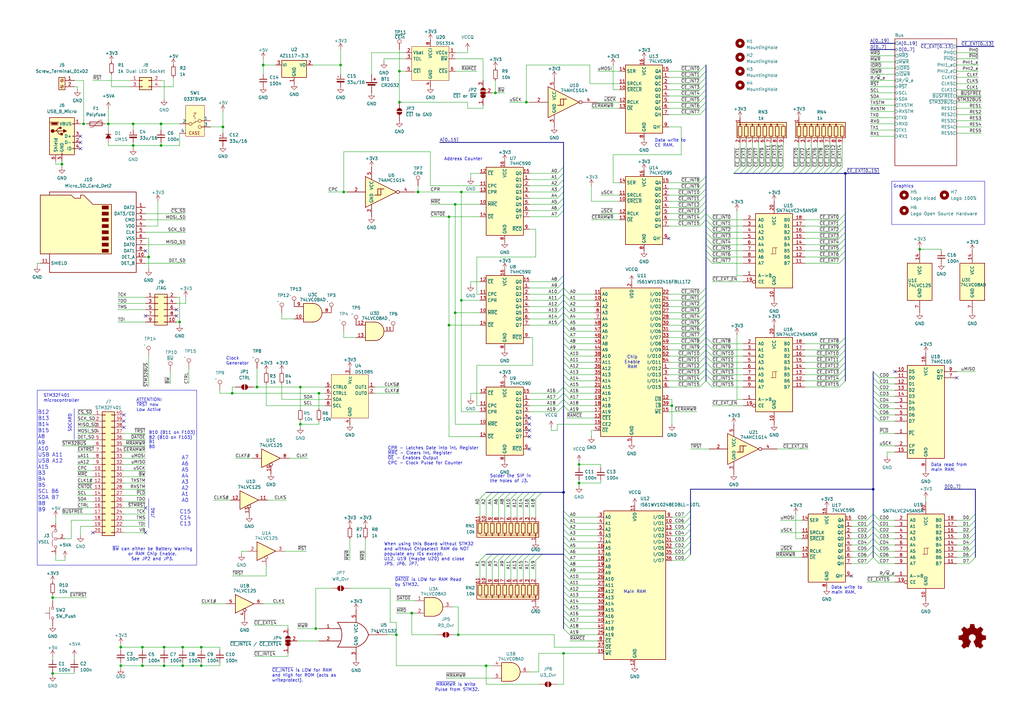
<source format=kicad_sch>
(kicad_sch (version 20231120) (generator "eeschema") (generator_version "8.0")
  (paper "A3")
  (title_block (title "Unicomp v3 - RAMROM Board") (date "2024-05-13") (rev "v1.1") (company "100% Offner") (comment 1 "v1.0: Initial") (comment 2 "v1.1: CTRL0 and CTRL1 ch. to Pulldown, second LED shows ~{RST}, U21 new"))
  (junction (at 25.4 67.31))
  (junction (at 184.15 133.35))
  (junction (at 187.96 260.35))
  (junction (at 186.69 83.82))
  (junction (at 73.66 132.08))
  (junction (at 189.23 123.19))
  (junction (at 67.31 273.05))
  (junction (at 237.49 198.12))
  (junction (at 74.93 273.05))
  (junction (at 275.59 166.37))
  (junction (at 358.14 200.66))
  (junction (at 54.61 50.8))
  (junction (at 163.83 41.91))
  (junction (at 162.56 260.35))
  (junction (at 231.14 201.93))
  (junction (at 82.55 265.43))
  (junction (at 44.45 50.8))
  (junction (at 129.54 257.81))
  (junction (at 49.53 265.43))
  (junction (at 215.9 41.91))
  (junction (at 67.31 265.43))
  (junction (at 21.59 245.11))
  (junction (at 377.19 102.235))
  (junction (at 107.95 26.67))
  (junction (at 139.7 26.67))
  (junction (at 130.81 161.29))
  (junction (at 105.41 158.75))
  (junction (at 140.97 78.74))
  (junction (at 163.83 29.21))
  (junction (at 54.61 59.69))
  (junction (at 82.55 273.05))
  (junction (at 58.42 265.43))
  (junction (at 123.19 173.99))
  (junction (at 171.45 78.74))
  (junction (at 168.91 251.46))
  (junction (at 66.04 50.8))
  (junction (at 231.14 267.97))
  (junction (at 346.71 71.12))
  (junction (at 49.53 273.05))
  (junction (at 34.29 50.8))
  (junction (at 21.59 276.225))
  (junction (at 189.23 78.74))
  (junction (at 95.25 161.29))
  (junction (at 58.42 273.05))
  (junction (at 186.69 128.27))
  (junction (at 199.39 273.05))
  (junction (at 60.96 105.41))
  (junction (at 74.93 265.43))
  (junction (at 66.04 59.69))
  (junction (at 203.2 38.1))
  (junction (at 184.15 88.9))
  (junction (at 237.49 190.5))
  (junction (at 91.44 52.07))
  (junction (at 123.19 158.75))
  (no_connect (at 50.8 172.72))
  (no_connect (at 33.02 55.88))
  (no_connect (at 50.8 175.26))
  (no_connect (at 72.39 129.54))
  (no_connect (at 33.02 58.42))
  (no_connect (at 217.17 184.15))
  (no_connect (at 59.69 129.54))
  (no_connect (at 217.17 171.45))
  (no_connect (at 274.32 97.79))
  (no_connect (at 367.03 152.4))
  (no_connect (at 217.17 173.99))
  (no_connect (at 392.43 154.94))
  (no_connect (at 217.17 179.07))
  (no_connect (at 217.17 176.53))
  (no_connect (at 349.25 236.22))
  (no_connect (at 50.8 170.18))
  (no_connect (at 33.02 60.96))
  (no_connect (at 72.39 127))
  (no_connect (at 38.1 218.44))
  (no_connect (at 59.69 208.28))
  (no_connect (at 59.69 102.87))
  (no_connect (at 59.69 218.44))
  (bus_entry (at 231.14 148.59) (size 2.54 2.54))
  (bus_entry (at 344.17 158.75) (size 2.54 -2.54))
  (bus_entry (at 287.02 36.83) (size 2.54 -2.54))
  (bus_entry (at 231.14 163.83) (size 2.54 2.54))
  (bus_entry (at 196.85 204.47) (size 2.54 -2.54))
  (bus_entry (at 344.17 95.25) (size 2.54 -2.54))
  (bus_entry (at 360.68 213.36) (size -2.54 -2.54))
  (bus_entry (at 219.71 229.87) (size 2.54 -2.54))
  (bus_entry (at 327.66 71.12) (size 2.54 -2.54))
  (bus_entry (at 214.63 204.47) (size 2.54 -2.54))
  (bus_entry (at 287.02 143.51) (size 2.54 -2.54))
  (bus_entry (at 355.6 213.36) (size 2.54 -2.54))
  (bus_entry (at 280.67 227.33) (size 2.54 -2.54))
  (bus_entry (at 300.99 71.12) (size 2.54 -2.54))
  (bus_entry (at 344.17 140.97) (size 2.54 -2.54))
  (bus_entry (at 287.02 44.45) (size 2.54 -2.54))
  (bus_entry (at 287.02 153.67) (size 2.54 -2.54))
  (bus_entry (at 231.14 214.63) (size 2.54 2.54))
  (bus_entry (at 287.02 39.37) (size 2.54 -2.54))
  (bus_entry (at 287.02 135.89) (size 2.54 -2.54))
  (bus_entry (at 287.02 151.13) (size 2.54 -2.54))
  (bus_entry (at 360.68 165.1) (size -2.54 -2.54))
  (bus_entry (at 397.51 220.98) (size 2.54 -2.54))
  (bus_entry (at 228.6 168.91) (size 2.54 -2.54))
  (bus_entry (at 228.6 86.36) (size 2.54 -2.54))
  (bus_entry (at 231.14 242.57) (size 2.54 2.54))
  (bus_entry (at 287.02 85.09) (size 2.54 -2.54))
  (bus_entry (at 231.14 212.09) (size 2.54 2.54))
  (bus_entry (at 280.67 222.25) (size 2.54 -2.54))
  (bus_entry (at 280.67 214.63) (size 2.54 -2.54))
  (bus_entry (at 360.68 231.14) (size -2.54 -2.54))
  (bus_entry (at 311.15 71.12) (size 2.54 -2.54))
  (bus_entry (at 313.69 71.12) (size 2.54 -2.54))
  (bus_entry (at 228.6 76.2) (size 2.54 -2.54))
  (bus_entry (at 199.39 204.47) (size 2.54 -2.54))
  (bus_entry (at 231.14 250.19) (size 2.54 2.54))
  (bus_entry (at 292.1 107.95) (size -2.54 -2.54))
  (bus_entry (at 287.02 74.93) (size 2.54 -2.54))
  (bus_entry (at 344.17 105.41) (size 2.54 -2.54))
  (bus_entry (at 231.14 143.51) (size 2.54 2.54))
  (bus_entry (at 228.6 115.57) (size 2.54 -2.54))
  (bus_entry (at 231.14 217.17) (size 2.54 2.54))
  (bus_entry (at 204.47 229.87) (size 2.54 -2.54))
  (bus_entry (at 287.02 82.55) (size 2.54 -2.54))
  (bus_entry (at 360.68 170.18) (size -2.54 -2.54))
  (bus_entry (at 217.17 229.87) (size 2.54 -2.54))
  (bus_entry (at 292.1 153.67) (size -2.54 -2.54))
  (bus_entry (at 280.67 229.87) (size 2.54 -2.54))
  (bus_entry (at 207.01 204.47) (size 2.54 -2.54))
  (bus_entry (at 231.14 151.13) (size 2.54 2.54))
  (bus_entry (at 292.1 95.25) (size -2.54 -2.54))
  (bus_entry (at 318.77 71.12) (size 2.54 -2.54))
  (bus_entry (at 228.6 130.81) (size 2.54 -2.54))
  (bus_entry (at 231.14 252.73) (size 2.54 2.54))
  (bus_entry (at 360.68 157.48) (size -2.54 -2.54))
  (bus_entry (at 325.12 71.12) (size 2.54 -2.54))
  (bus_entry (at 355.6 226.06) (size 2.54 -2.54))
  (bus_entry (at 231.14 255.27) (size 2.54 2.54))
  (bus_entry (at 397.51 231.14) (size 2.54 -2.54))
  (bus_entry (at 344.17 143.51) (size 2.54 -2.54))
  (bus_entry (at 287.02 125.73) (size 2.54 -2.54))
  (bus_entry (at 287.02 31.75) (size 2.54 -2.54))
  (bus_entry (at 212.09 204.47) (size 2.54 -2.54))
  (bus_entry (at 287.02 46.99) (size 2.54 -2.54))
  (bus_entry (at 355.6 231.14) (size 2.54 -2.54))
  (bus_entry (at 337.82 71.12) (size 2.54 -2.54))
  (bus_entry (at 360.68 226.06) (size -2.54 -2.54))
  (bus_entry (at 280.67 224.79) (size 2.54 -2.54))
  (bus_entry (at 228.6 125.73) (size 2.54 -2.54))
  (bus_entry (at 355.6 218.44) (size 2.54 -2.54))
  (bus_entry (at 287.02 90.17) (size 2.54 -2.54))
  (bus_entry (at 212.09 229.87) (size 2.54 -2.54))
  (bus_entry (at 355.6 220.98) (size 2.54 -2.54))
  (bus_entry (at 292.1 100.33) (size -2.54 -2.54))
  (bus_entry (at 397.51 226.06) (size 2.54 -2.54))
  (bus_entry (at 335.28 71.12) (size 2.54 -2.54))
  (bus_entry (at 231.14 118.11) (size 2.54 2.54))
  (bus_entry (at 231.14 219.71) (size 2.54 2.54))
  (bus_entry (at 231.14 237.49) (size 2.54 2.54))
  (bus_entry (at 228.6 118.11) (size 2.54 -2.54))
  (bus_entry (at 280.67 212.09) (size 2.54 -2.54))
  (bus_entry (at 342.9 71.12) (size 2.54 -2.54))
  (bus_entry (at 231.14 245.11) (size 2.54 2.54))
  (bus_entry (at 287.02 80.01) (size 2.54 -2.54))
  (bus_entry (at 231.14 224.79) (size 2.54 2.54))
  (bus_entry (at 287.02 77.47) (size 2.54 -2.54))
  (bus_entry (at 231.14 158.75) (size 2.54 2.54))
  (bus_entry (at 287.02 148.59) (size 2.54 -2.54))
  (bus_entry (at 217.17 204.47) (size 2.54 -2.54))
  (bus_entry (at 344.17 100.33) (size 2.54 -2.54))
  (bus_entry (at 228.6 88.9) (size 2.54 -2.54))
  (bus_entry (at 228.6 81.28) (size 2.54 -2.54))
  (bus_entry (at 280.67 219.71) (size 2.54 -2.54))
  (bus_entry (at 201.93 204.47) (size 2.54 -2.54))
  (bus_entry (at 344.17 107.95) (size 2.54 -2.54))
  (bus_entry (at 231.14 240.03) (size 2.54 2.54))
  (bus_entry (at 397.51 228.6) (size 2.54 -2.54))
  (bus_entry (at 287.02 120.65) (size 2.54 -2.54))
  (bus_entry (at 292.1 105.41) (size -2.54 -2.54))
  (bus_entry (at 360.68 167.64) (size -2.54 -2.54))
  (bus_entry (at 231.14 257.81) (size 2.54 2.54))
  (bus_entry (at 292.1 148.59) (size -2.54 -2.54))
  (bus_entry (at 231.14 153.67) (size 2.54 2.54))
  (bus_entry (at 292.1 156.21) (size -2.54 -2.54))
  (bus_entry (at 231.14 123.19) (size 2.54 2.54))
  (bus_entry (at 292.1 97.79) (size -2.54 -2.54))
  (bus_entry (at 316.23 71.12) (size 2.54 -2.54))
  (bus_entry (at 228.6 128.27) (size 2.54 -2.54))
  (bus_entry (at 231.14 222.25) (size 2.54 2.54))
  (bus_entry (at 355.6 223.52) (size 2.54 -2.54))
  (bus_entry (at 231.14 135.89) (size 2.54 2.54))
  (bus_entry (at 228.6 166.37) (size 2.54 -2.54))
  (bus_entry (at 231.14 227.33) (size 2.54 2.54))
  (bus_entry (at 360.68 162.56) (size -2.54 -2.54))
  (bus_entry (at 344.17 92.71) (size 2.54 -2.54))
  (bus_entry (at 344.17 97.79) (size 2.54 -2.54))
  (bus_entry (at 201.93 229.87) (size 2.54 -2.54))
  (bus_entry (at 397.51 215.9) (size 2.54 -2.54))
  (bus_entry (at 292.1 158.75) (size -2.54 -2.54))
  (bus_entry (at 330.2 71.12) (size 2.54 -2.54))
  (bus_entry (at 204.47 204.47) (size 2.54 -2.54))
  (bus_entry (at 209.55 204.47) (size 2.54 -2.54))
  (bus_entry (at 228.6 120.65) (size 2.54 -2.54))
  (bus_entry (at 207.01 229.87) (size 2.54 -2.54))
  (bus_entry (at 360.68 220.98) (size -2.54 -2.54))
  (bus_entry (at 340.36 71.12) (size 2.54 -2.54))
  (bus_entry (at 360.68 215.9) (size -2.54 -2.54))
  (bus_entry (at 228.6 78.74) (size 2.54 -2.54))
  (bus_entry (at 292.1 92.71) (size -2.54 -2.54))
  (bus_entry (at 231.14 166.37) (size 2.54 2.54))
  (bus_entry (at 344.17 146.05) (size 2.54 -2.54))
  (bus_entry (at 355.6 215.9) (size 2.54 -2.54))
  (bus_entry (at 228.6 161.29) (size 2.54 -2.54))
  (bus_entry (at 397.51 213.36) (size 2.54 -2.54))
  (bus_entry (at 344.17 90.17) (size 2.54 -2.54))
  (bus_entry (at 287.02 156.21) (size 2.54 -2.54))
  (bus_entry (at 280.67 217.17) (size 2.54 -2.54))
  (bus_entry (at 292.1 90.17) (size -2.54 -2.54))
  (bus_entry (at 231.14 146.05) (size 2.54 2.54))
  (bus_entry (at 360.68 172.72) (size -2.54 -2.54))
  (bus_entry (at 287.02 123.19) (size 2.54 -2.54))
  (bus_entry (at 287.02 138.43) (size 2.54 -2.54))
  (bus_entry (at 287.02 41.91) (size 2.54 -2.54))
  (bus_entry (at 292.1 102.87) (size -2.54 -2.54))
  (bus_entry (at 231.14 130.81) (size 2.54 2.54))
  (bus_entry (at 219.71 204.47) (size 2.54 -2.54))
  (bus_entry (at 231.14 161.29) (size 2.54 2.54))
  (bus_entry (at 231.14 229.87) (size 2.54 2.54))
  (bus_entry (at 360.68 154.94) (size -2.54 -2.54))
  (bus_entry (at 231.14 120.65) (size 2.54 2.54))
  (bus_entry (at 332.74 71.12) (size 2.54 -2.54))
  (bus_entry (at 303.53 71.12) (size 2.54 -2.54))
  (bus_entry (at 287.02 87.63) (size 2.54 -2.54))
  (bus_entry (at 287.02 146.05) (size 2.54 -2.54))
  (bus_entry (at 231.14 128.27) (size 2.54 2.54))
  (bus_entry (at 231.14 209.55) (size 2.54 2.54))
  (bus_entry (at 360.68 160.02) (size -2.54 -2.54))
  (bus_entry (at 287.02 92.71) (size 2.54 -2.54))
  (bus_entry (at 228.6 73.66) (size 2.54 -2.54))
  (bus_entry (at 360.68 218.44) (size -2.54 -2.54))
  (bus_entry (at 355.6 228.6) (size 2.54 -2.54))
  (bus_entry (at 231.14 234.95) (size 2.54 2.54))
  (bus_entry (at 199.39 229.87) (size 2.54 -2.54))
  (bus_entry (at 360.68 228.6) (size -2.54 -2.54))
  (bus_entry (at 214.63 229.87) (size 2.54 -2.54))
  (bus_entry (at 287.02 140.97) (size 2.54 -2.54))
  (bus_entry (at 228.6 71.12) (size 2.54 -2.54))
  (bus_entry (at 344.17 151.13) (size 2.54 -2.54))
  (bus_entry (at 209.55 229.87) (size 2.54 -2.54))
  (bus_entry (at 292.1 151.13) (size -2.54 -2.54))
  (bus_entry (at 231.14 232.41) (size 2.54 2.54))
  (bus_entry (at 308.61 71.12) (size 2.54 -2.54))
  (bus_entry (at 292.1 140.97) (size -2.54 -2.54))
  (bus_entry (at 397.51 223.52) (size 2.54 -2.54))
  (bus_entry (at 231.14 247.65) (size 2.54 2.54))
  (bus_entry (at 231.14 140.97) (size 2.54 2.54))
  (bus_entry (at 287.02 34.29) (size 2.54 -2.54))
  (bus_entry (at 287.02 29.21) (size 2.54 -2.54))
  (bus_entry (at 344.17 148.59) (size 2.54 -2.54))
  (bus_entry (at 292.1 146.05) (size -2.54 -2.54))
  (bus_entry (at 344.17 153.67) (size 2.54 -2.54))
  (bus_entry (at 228.6 133.35) (size 2.54 -2.54))
  (bus_entry (at 397.51 218.44) (size 2.54 -2.54))
  (bus_entry (at 287.02 130.81) (size 2.54 -2.54))
  (bus_entry (at 344.17 156.21) (size 2.54 -2.54))
  (bus_entry (at 228.6 83.82) (size 2.54 -2.54))
  (bus_entry (at 196.85 229.87) (size 2.54 -2.54))
  (bus_entry (at 292.1 143.51) (size -2.54 -2.54))
  (bus_entry (at 228.6 123.19) (size 2.54 -2.54))
  (bus_entry (at 360.68 223.52) (size -2.54 -2.54))
  (bus_entry (at 231.14 133.35) (size 2.54 2.54))
  (bus_entry (at 344.17 102.87) (size 2.54 -2.54))
  (bus_entry (at 228.6 163.83) (size 2.54 -2.54))
  (bus_entry (at 231.14 125.73) (size 2.54 2.54))
  (bus_entry (at 287.02 128.27) (size 2.54 -2.54))
  (bus_entry (at 231.14 138.43) (size 2.54 2.54))
  (bus_entry (at 231.14 156.21) (size 2.54 2.54))
  (bus_entry (at 287.02 133.35) (size 2.54 -2.54))
  (bus_entry (at 306.07 71.12) (size 2.54 -2.54))
  (bus_entry (at 287.02 158.75) (size 2.54 -2.54))
  (bus (pts (xy 231.14 158.75) (xy 231.14 161.29)))
  (wire (pts (xy 287.02 146.05) (xy 274.32 146.05)))
  (wire (pts (xy 199.39 229.87) (xy 199.39 237.49)))
  (bus (pts (xy 289.56 80.01) (xy 289.56 82.55)))
  (wire (pts (xy 237.49 189.23) (xy 237.49 190.5)))
  (wire (pts (xy 196.85 120.65) (xy 195.58 120.65)))
  (bus (pts (xy 204.47 227.33) (xy 207.01 227.33)))
  (wire (pts (xy 73.66 121.92) (xy 73.66 132.08)))
  (wire (pts (xy 397.51 218.44) (xy 392.43 218.44)))
  (wire (pts (xy 330.2 153.67) (xy 344.17 153.67)))
  (wire (pts (xy 60.96 97.79) (xy 59.69 97.79)))
  (wire (pts (xy 196.85 123.19) (xy 189.23 123.19)))
  (wire (pts (xy 162.56 273.05) (xy 162.56 260.35)))
  (wire (pts (xy 367.03 172.72) (xy 360.68 172.72)))
  (wire (pts (xy 64.77 82.55) (xy 64.77 92.71)))
  (wire (pts (xy 140.97 135.89) (xy 140.97 138.43)))
  (wire (pts (xy 231.14 267.97) (xy 245.11 267.97)))
  (bus (pts (xy 342.9 71.12) (xy 346.71 71.12)))
  (bus (pts (xy 289.56 41.91) (xy 289.56 44.45)))
  (wire (pts (xy 186.69 83.82) (xy 196.85 83.82)))
  (wire (pts (xy 29.21 213.36) (xy 38.1 213.36)))
  (bus (pts (xy 346.71 71.12) (xy 346.71 87.63)))
  (wire (pts (xy 287.02 90.17) (xy 274.32 90.17)))
  (wire (pts (xy 215.9 26.67) (xy 215.9 41.91)))
  (wire (pts (xy 49.53 264.16) (xy 49.53 265.43)))
  (wire (pts (xy 356.87 38.1) (xy 367.03 38.1)))
  (wire (pts (xy 209.55 204.47) (xy 209.55 212.09)))
  (bus (pts (xy 400.05 210.82) (xy 400.05 200.66)))
  (wire (pts (xy 330.2 148.59) (xy 344.17 148.59)))
  (wire (pts (xy 49.53 273.05) (xy 58.42 273.05)))
  (wire (pts (xy 201.93 229.87) (xy 201.93 237.49)))
  (wire (pts (xy 356.87 30.48) (xy 367.03 30.48)))
  (wire (pts (xy 233.68 232.41) (xy 245.11 232.41)))
  (wire (pts (xy 330.2 158.75) (xy 344.17 158.75)))
  (wire (pts (xy 275.59 166.37) (xy 275.59 173.99)))
  (wire (pts (xy 74.93 265.43) (xy 74.93 266.7)))
  (wire (pts (xy 115.57 163.83) (xy 115.57 157.48)))
  (wire (pts (xy 241.935 34.29) (xy 254 34.29)))
  (wire (pts (xy 105.41 151.13) (xy 105.41 158.75)))
  (wire (pts (xy 287.02 44.45) (xy 274.32 44.45)))
  (wire (pts (xy 15.24 107.95) (xy 16.51 107.95)))
  (wire (pts (xy 367.03 160.02) (xy 360.68 160.02)))
  (wire (pts (xy 337.82 58.42) (xy 337.82 68.58)))
  (wire (pts (xy 123.19 173.99) (xy 123.19 175.26)))
  (wire (pts (xy 233.68 245.11) (xy 245.11 245.11)))
  (wire (pts (xy 279.4 52.07) (xy 274.32 52.07)))
  (bus (pts (xy 231.14 135.89) (xy 231.14 138.43)))
  (bus (pts (xy 316.23 71.12) (xy 318.77 71.12)))
  (wire (pts (xy 186.69 260.35) (xy 187.96 260.35)))
  (wire (pts (xy 306.07 58.42) (xy 306.07 68.58)))
  (wire (pts (xy 356.87 40.64) (xy 367.03 40.64)))
  (wire (pts (xy 129.54 257.81) (xy 130.81 257.81)))
  (bus (pts (xy 214.63 201.93) (xy 217.17 201.93)))
  (wire (pts (xy 363.855 185.42) (xy 363.855 187.325)))
  (wire (pts (xy 330.2 143.51) (xy 344.17 143.51)))
  (wire (pts (xy 219.71 105.41) (xy 219.71 93.98)))
  (wire (pts (xy 31.75 205.74) (xy 38.1 205.74)))
  (wire (pts (xy 233.68 242.57) (xy 245.11 242.57)))
  (wire (pts (xy 168.91 251.46) (xy 170.18 251.46)))
  (wire (pts (xy 287.02 138.43) (xy 274.32 138.43)))
  (bus (pts (xy 400.05 215.9) (xy 400.05 213.36)))
  (bus (pts (xy 283.21 217.17) (xy 283.21 214.63)))
  (wire (pts (xy 397.51 223.52) (xy 392.43 223.52)))
  (wire (pts (xy 217.17 128.27) (xy 228.6 128.27)))
  (wire (pts (xy 275.59 224.79) (xy 280.67 224.79)))
  (bus (pts (xy 217.17 201.93) (xy 219.71 201.93)))
  (wire (pts (xy 275.59 222.25) (xy 280.67 222.25)))
  (wire (pts (xy 67.31 33.02) (xy 67.31 40.64)))
  (wire (pts (xy 392.43 36.83) (xy 401.32 36.83)))
  (wire (pts (xy 199.39 280.67) (xy 199.39 273.05)))
  (wire (pts (xy 74.93 273.05) (xy 74.93 271.78)))
  (wire (pts (xy 44.45 44.45) (xy 44.45 50.8)))
  (bus (pts (xy 231.14 153.67) (xy 231.14 156.21)))
  (wire (pts (xy 31.75 208.28) (xy 38.1 208.28)))
  (bus (pts (xy 231.14 120.65) (xy 231.14 123.19)))
  (wire (pts (xy 54.61 50.8) (xy 66.04 50.8)))
  (bus (pts (xy 346.71 100.33) (xy 346.71 102.87)))
  (bus (pts (xy 231.14 156.21) (xy 231.14 158.75)))
  (bus (pts (xy 231.14 71.12) (xy 231.14 73.66)))
  (wire (pts (xy 233.68 262.89) (xy 245.11 262.89)))
  (bus (pts (xy 289.56 105.41) (xy 289.56 118.11)))
  (wire (pts (xy 21.59 245.11) (xy 35.56 245.11)))
  (wire (pts (xy 162.56 251.46) (xy 168.91 251.46)))
  (bus (pts (xy 358.14 167.64) (xy 358.14 170.18)))
  (wire (pts (xy 184.15 88.9) (xy 184.15 133.35)))
  (bus (pts (xy 346.71 90.17) (xy 346.71 92.71)))
  (wire (pts (xy 217.17 81.28) (xy 228.6 81.28)))
  (wire (pts (xy 203.2 38.1) (xy 207.01 38.1)))
  (wire (pts (xy 233.68 123.19) (xy 243.84 123.19)))
  (wire (pts (xy 227.33 260.35) (xy 187.96 260.35)))
  (wire (pts (xy 228.6 173.99) (xy 228.6 176.53)))
  (wire (pts (xy 367.03 220.98) (xy 360.68 220.98)))
  (bus (pts (xy 219.71 201.93) (xy 222.25 201.93)))
  (wire (pts (xy 153.67 158.75) (xy 163.83 158.75)))
  (wire (pts (xy 274.32 163.83) (xy 275.59 163.83)))
  (bus (pts (xy 283.21 209.55) (xy 283.21 200.66)))
  (wire (pts (xy 193.04 161.29) (xy 196.85 161.29)))
  (wire (pts (xy 320.04 213.36) (xy 328.93 213.36)))
  (wire (pts (xy 103.505 187.96) (xy 96.52 187.96)))
  (wire (pts (xy 233.68 166.37) (xy 243.84 166.37)))
  (wire (pts (xy 15.24 109.22) (xy 15.24 107.95)))
  (bus (pts (xy 289.56 130.81) (xy 289.56 133.35)))
  (wire (pts (xy 303.53 58.42) (xy 303.53 68.58)))
  (wire (pts (xy 187.96 260.35) (xy 187.96 248.92)))
  (wire (pts (xy 367.03 238.76) (xy 355.6 238.76)))
  (bus (pts (xy 358.14 152.4) (xy 358.14 154.94)))
  (wire (pts (xy 50.8 210.82) (xy 59.69 210.82)))
  (wire (pts (xy 237.49 199.39) (xy 237.49 198.12)))
  (wire (pts (xy 162.56 255.27) (xy 162.56 260.35)))
  (wire (pts (xy 21.59 276.86) (xy 21.59 276.225)))
  (wire (pts (xy 304.8 163.83) (xy 302.26 163.83)))
  (wire (pts (xy 48.26 127) (xy 59.69 127)))
  (bus (pts (xy 231.14 237.49) (xy 231.14 234.95)))
  (wire (pts (xy 217.17 163.83) (xy 228.6 163.83)))
  (wire (pts (xy 21.59 276.225) (xy 30.48 276.225)))
  (wire (pts (xy 140.97 62.23) (xy 140.97 78.74)))
  (wire (pts (xy 26.67 220.98) (xy 29.21 220.98)))
  (wire (pts (xy 33.02 215.9) (xy 33.02 219.71)))
  (wire (pts (xy 220.98 267.97) (xy 231.14 267.97)))
  (wire (pts (xy 330.2 90.17) (xy 344.17 90.17)))
  (bus (pts (xy 387.35 200.66) (xy 400.05 200.66)))
  (wire (pts (xy 233.68 153.67) (xy 243.84 153.67)))
  (wire (pts (xy 367.03 162.56) (xy 360.68 162.56)))
  (wire (pts (xy 292.1 102.87) (xy 304.8 102.87)))
  (wire (pts (xy 49.53 265.43) (xy 58.42 265.43)))
  (wire (pts (xy 287.02 29.21) (xy 274.32 29.21)))
  (wire (pts (xy 367.03 231.14) (xy 360.68 231.14)))
  (wire (pts (xy 287.02 39.37) (xy 274.32 39.37)))
  (wire (pts (xy 115.57 128.27) (xy 115.57 130.81)))
  (bus (pts (xy 231.14 140.97) (xy 231.14 143.51)))
  (wire (pts (xy 330.2 92.71) (xy 344.17 92.71)))
  (wire (pts (xy 233.68 148.59) (xy 243.84 148.59)))
  (wire (pts (xy 31.75 200.66) (xy 38.1 200.66)))
  (wire (pts (xy 275.59 214.63) (xy 280.67 214.63)))
  (wire (pts (xy 66.04 33.02) (xy 67.31 33.02)))
  (wire (pts (xy 292.1 156.21) (xy 304.8 156.21)))
  (wire (pts (xy 274.32 166.37) (xy 275.59 166.37)))
  (wire (pts (xy 176.53 62.23) (xy 140.97 62.23)))
  (wire (pts (xy 241.935 26.67) (xy 241.935 34.29)))
  (wire (pts (xy 233.68 138.43) (xy 243.84 138.43)))
  (wire (pts (xy 367.03 218.44) (xy 360.68 218.44)))
  (wire (pts (xy 217.17 125.73) (xy 228.6 125.73)))
  (wire (pts (xy 123.19 158.75) (xy 133.35 158.75)))
  (bus (pts (xy 289.56 31.75) (xy 289.56 34.29)))
  (bus (pts (xy 231.14 245.11) (xy 231.14 242.57)))
  (wire (pts (xy 217.17 275.59) (xy 220.98 275.59)))
  (wire (pts (xy 275.59 163.83) (xy 275.59 166.37)))
  (wire (pts (xy 25.4 67.31) (xy 22.86 67.31)))
  (wire (pts (xy 330.2 100.33) (xy 344.17 100.33)))
  (wire (pts (xy 59.69 90.17) (xy 76.2 90.17)))
  (wire (pts (xy 166.37 24.13) (xy 157.48 24.13)))
  (bus (pts (xy 340.36 71.12) (xy 342.9 71.12)))
  (wire (pts (xy 34.29 33.02) (xy 34.29 50.8)))
  (bus (pts (xy 231.14 240.03) (xy 231.14 237.49)))
  (wire (pts (xy 233.68 143.51) (xy 243.84 143.51)))
  (bus (pts (xy 289.56 123.19) (xy 289.56 125.73)))
  (wire (pts (xy 45.72 35.56) (xy 45.72 30.48)))
  (wire (pts (xy 30.48 35.56) (xy 31.75 35.56)))
  (wire (pts (xy 287.02 125.73) (xy 274.32 125.73)))
  (wire (pts (xy 392.43 49.53) (xy 402.59 49.53)))
  (wire (pts (xy 58.42 273.05) (xy 67.31 273.05)))
  (wire (pts (xy 22.86 229.87) (xy 22.86 227.33)))
  (wire (pts (xy 233.68 125.73) (xy 243.84 125.73)))
  (wire (pts (xy 242.57 90.17) (xy 254 90.17)))
  (wire (pts (xy 226.06 176.53) (xy 226.06 175.26)))
  (wire (pts (xy 367.03 167.64) (xy 360.68 167.64)))
  (bus (pts (xy 231.14 76.2) (xy 231.14 78.74)))
  (wire (pts (xy 233.68 219.71) (xy 245.11 219.71)))
  (wire (pts (xy 287.02 34.29) (xy 274.32 34.29)))
  (wire (pts (xy 212.09 229.87) (xy 212.09 237.49)))
  (wire (pts (xy 193.04 71.12) (xy 196.85 71.12)))
  (bus (pts (xy 318.77 71.12) (xy 325.12 71.12)))
  (bus (pts (xy 283.21 219.71) (xy 283.21 217.17)))
  (wire (pts (xy 302.26 86.36) (xy 302.26 113.03)))
  (wire (pts (xy 217.17 123.19) (xy 228.6 123.19)))
  (wire (pts (xy 356.87 45.72) (xy 367.03 45.72)))
  (wire (pts (xy 349.25 220.98) (xy 355.6 220.98)))
  (wire (pts (xy 50.8 193.04) (xy 59.69 193.04)))
  (wire (pts (xy 44.45 59.69) (xy 54.61 59.69)))
  (wire (pts (xy 340.36 58.42) (xy 340.36 68.58)))
  (wire (pts (xy 208.915 41.91) (xy 215.9 41.91)))
  (wire (pts (xy 287.02 31.75) (xy 274.32 31.75)))
  (wire (pts (xy 332.74 58.42) (xy 332.74 68.58)))
  (wire (pts (xy 233.68 161.29) (xy 243.84 161.29)))
  (bus (pts (xy 231.14 242.57) (xy 231.14 240.03)))
  (wire (pts (xy 233.68 227.33) (xy 245.11 227.33)))
  (wire (pts (xy 217.17 76.2) (xy 228.6 76.2)))
  (wire (pts (xy 191.77 41.91) (xy 191.77 44.45)))
  (wire (pts (xy 90.17 273.05) (xy 90.17 271.78)))
  (wire (pts (xy 232.41 171.45) (xy 243.84 171.45)))
  (wire (pts (xy 313.69 58.42) (xy 313.69 68.58)))
  (wire (pts (xy 233.68 212.09) (xy 245.11 212.09)))
  (wire (pts (xy 31.75 187.96) (xy 38.1 187.96)))
  (wire (pts (xy 345.44 58.42) (xy 345.44 68.58)))
  (wire (pts (xy 99.06 226.06) (xy 101.6 226.06)))
  (wire (pts (xy 182.88 278.13) (xy 201.93 278.13)))
  (wire (pts (xy 50.8 198.12) (xy 59.69 198.12)))
  (wire (pts (xy 77.47 151.13) (xy 77.47 157.48)))
  (bus (pts (xy 231.14 118.11) (xy 231.14 120.65)))
  (wire (pts (xy 356.87 53.34) (xy 367.03 53.34)))
  (bus (pts (xy 289.56 153.67) (xy 289.56 156.21)))
  (wire (pts (xy 217.17 161.29) (xy 228.6 161.29)))
  (bus (pts (xy 231.14 219.71) (xy 231.14 217.17)))
  (wire (pts (xy 118.11 269.24) (xy 118.11 267.97)))
  (wire (pts (xy 130.81 173.99) (xy 130.81 172.72)))
  (wire (pts (xy 107.95 26.67) (xy 107.95 30.48)))
  (bus (pts (xy 231.14 227.33) (xy 231.14 224.79)))
  (wire (pts (xy 242.57 176.53) (xy 242.57 179.07)))
  (wire (pts (xy 60.96 146.05) (xy 60.96 158.75)))
  (wire (pts (xy 349.25 223.52) (xy 355.6 223.52)))
  (bus (pts (xy 346.71 151.13) (xy 346.71 153.67)))
  (wire (pts (xy 134.62 78.74) (xy 140.97 78.74)))
  (bus (pts (xy 358.14 165.1) (xy 358.14 167.64)))
  (wire (pts (xy 59.69 87.63) (xy 76.2 87.63)))
  (wire (pts (xy 44.45 58.42) (xy 44.45 59.69)))
  (wire (pts (xy 50.8 185.42) (xy 59.69 185.42)))
  (wire (pts (xy 31.75 180.34) (xy 38.1 180.34)))
  (bus (pts (xy 231.14 255.27) (xy 231.14 257.81)))
  (bus (pts (xy 358.14 170.18) (xy 358.14 200.66)))
  (wire (pts (xy 331.47 184.15) (xy 318.77 184.15)))
  (bus (pts (xy 358.14 218.44) (xy 358.14 220.98)))
  (bus (pts (xy 358.14 154.94) (xy 358.14 157.48)))
  (wire (pts (xy 176.53 76.2) (xy 196.85 76.2)))
  (wire (pts (xy 275.59 219.71) (xy 280.67 219.71)))
  (bus (pts (xy 180.34 58.42) (xy 231.14 58.42)))
  (wire (pts (xy 321.31 58.42) (xy 321.31 68.58)))
  (wire (pts (xy 287.02 36.83) (xy 274.32 36.83)))
  (wire (pts (xy 195.58 105.41) (xy 219.71 105.41)))
  (wire (pts (xy 198.12 24.13) (xy 198.12 33.02)))
  (wire (pts (xy 29.21 220.98) (xy 29.21 213.36)))
  (bus (pts (xy 346.71 92.71) (xy 346.71 95.25)))
  (wire (pts (xy 287.02 156.21) (xy 274.32 156.21)))
  (wire (pts (xy 287.02 74.93) (xy 274.32 74.93)))
  (wire (pts (xy 292.1 166.37) (xy 304.8 166.37)))
  (wire (pts (xy 367.03 215.9) (xy 360.68 215.9)))
  (wire (pts (xy 168.91 260.35) (xy 168.91 251.46)))
  (wire (pts (xy 189.23 78.74) (xy 196.85 78.74)))
  (wire (pts (xy 82.55 273.05) (xy 90.17 273.05)))
  (bus (pts (xy 231.14 130.81) (xy 231.14 133.35)))
  (bus (pts (xy 289.56 120.65) (xy 289.56 123.19)))
  (wire (pts (xy 233.68 128.27) (xy 243.84 128.27)))
  (bus (pts (xy 283.21 212.09) (xy 283.21 209.55)))
  (wire (pts (xy 219.71 229.87) (xy 219.71 237.49)))
  (bus (pts (xy 400.05 218.44) (xy 400.05 215.9)))
  (wire (pts (xy 25.4 68.58) (xy 25.4 67.31)))
  (wire (pts (xy 320.04 226.06) (xy 328.93 226.06)))
  (wire (pts (xy 199.39 204.47) (xy 199.39 212.09)))
  (bus (pts (xy 289.56 151.13) (xy 289.56 153.67)))
  (wire (pts (xy 186.69 21.59) (xy 191.77 21.59)))
  (wire (pts (xy 196.85 229.87) (xy 196.85 237.49)))
  (wire (pts (xy 189.23 78.74) (xy 189.23 123.19)))
  (wire (pts (xy 82.55 265.43) (xy 90.17 265.43)))
  (wire (pts (xy 26.67 228.6) (xy 26.67 229.87)))
  (wire (pts (xy 123.19 158.75) (xy 123.19 167.64)))
  (wire (pts (xy 292.1 151.13) (xy 304.8 151.13)))
  (wire (pts (xy 176.53 76.2) (xy 176.53 62.23)))
  (wire (pts (xy 82.55 273.05) (xy 82.55 271.78)))
  (wire (pts (xy 397.51 231.14) (xy 392.43 231.14)))
  (bus (pts (xy 231.14 115.57) (xy 231.14 118.11)))
  (wire (pts (xy 48.26 121.92) (xy 59.69 121.92)))
  (wire (pts (xy 392.43 29.21) (xy 401.32 29.21)))
  (wire (pts (xy 33.02 50.8) (xy 34.29 50.8)))
  (wire (pts (xy 292.1 105.41) (xy 304.8 105.41)))
  (wire (pts (xy 116.84 226.06) (xy 125.73 226.06)))
  (wire (pts (xy 233.68 224.79) (xy 245.11 224.79)))
  (bus (pts (xy 222.25 201.93) (xy 231.14 201.93)))
  (wire (pts (xy 392.43 41.91) (xy 402.59 41.91)))
  (wire (pts (xy 209.55 229.87) (xy 209.55 237.49)))
  (wire (pts (xy 95.25 161.29) (xy 130.81 161.29)))
  (wire (pts (xy 50.8 180.34) (xy 59.69 180.34)))
  (bus (pts (xy 311.15 71.12) (xy 313.69 71.12)))
  (wire (pts (xy 50.8 187.96) (xy 59.69 187.96)))
  (wire (pts (xy 327.66 58.42) (xy 327.66 68.58)))
  (wire (pts (xy 204.47 204.47) (xy 204.47 212.09)))
  (bus (pts (xy 289.56 143.51) (xy 289.56 146.05)))
  (wire (pts (xy 233.68 240.03) (xy 245.11 240.03)))
  (wire (pts (xy 233.68 260.35) (xy 245.11 260.35)))
  (bus (pts (xy 358.14 200.66) (xy 358.14 210.82)))
  (wire (pts (xy 196.85 166.37) (xy 195.58 166.37)))
  (wire (pts (xy 292.1 100.33) (xy 304.8 100.33)))
  (wire (pts (xy 316.23 58.42) (xy 316.23 68.58)))
  (bus (pts (xy 289.56 138.43) (xy 289.56 140.97)))
  (wire (pts (xy 123.19 173.99) (xy 130.81 173.99)))
  (wire (pts (xy 195.58 120.65) (xy 195.58 105.41)))
  (wire (pts (xy 129.54 241.3) (xy 129.54 257.81)))
  (wire (pts (xy 342.9 58.42) (xy 342.9 68.58)))
  (bus (pts (xy 289.56 87.63) (xy 289.56 90.17)))
  (bus (pts (xy 400.05 228.6) (xy 400.05 226.06)))
  (wire (pts (xy 130.81 161.29) (xy 133.35 161.29)))
  (bus (pts (xy 212.09 227.33) (xy 214.63 227.33)))
  (bus (pts (xy 231.14 68.58) (xy 231.14 58.42)))
  (bus (pts (xy 289.56 146.05) (xy 289.56 148.59)))
  (wire (pts (xy 217.17 229.87) (xy 217.17 237.49)))
  (bus (pts (xy 289.56 34.29) (xy 289.56 36.83)))
  (wire (pts (xy 50.8 218.44) (xy 59.69 218.44)))
  (wire (pts (xy 99.06 227.33) (xy 99.06 226.06)))
  (bus (pts (xy 231.14 151.13) (xy 231.14 153.67)))
  (wire (pts (xy 287.02 46.99) (xy 274.32 46.99)))
  (bus (pts (xy 289.56 135.89) (xy 289.56 138.43)))
  (wire (pts (xy 242.57 176.53) (xy 243.84 176.53)))
  (bus (pts (xy 289.56 29.21) (xy 289.56 31.75)))
  (wire (pts (xy 287.02 140.97) (xy 274.32 140.97)))
  (wire (pts (xy 275.59 227.33) (xy 280.67 227.33)))
  (wire (pts (xy 152.4 21.59) (xy 166.37 21.59)))
  (bus (pts (xy 231.14 138.43) (xy 231.14 140.97)))
  (bus (pts (xy 346.71 146.05) (xy 346.71 148.59)))
  (bus (pts (xy 222.25 227.33) (xy 231.14 227.33)))
  (wire (pts (xy 233.68 252.73) (xy 245.11 252.73)))
  (wire (pts (xy 35.56 50.8) (xy 34.29 50.8)))
  (bus (pts (xy 400.05 223.52) (xy 400.05 220.98)))
  (wire (pts (xy 95.25 158.75) (xy 95.25 161.29)))
  (wire (pts (xy 118.745 187.96) (xy 126.365 187.96)))
  (bus (pts (xy 289.56 92.71) (xy 289.56 95.25)))
  (wire (pts (xy 217.17 41.91) (xy 215.9 41.91)))
  (wire (pts (xy 292.1 97.79) (xy 304.8 97.79)))
  (wire (pts (xy 121.92 262.89) (xy 130.81 262.89)))
  (wire (pts (xy 217.17 93.98) (xy 219.71 93.98)))
  (wire (pts (xy 53.34 35.56) (xy 45.72 35.56)))
  (wire (pts (xy 360.68 182.88) (xy 367.03 182.88)))
  (bus (pts (xy 231.14 81.28) (xy 231.14 83.82)))
  (wire (pts (xy 233.68 217.17) (xy 245.11 217.17)))
  (wire (pts (xy 279.4 63.5) (xy 279.4 52.07)))
  (wire (pts (xy 233.68 146.05) (xy 243.84 146.05)))
  (wire (pts (xy 31.75 190.5) (xy 38.1 190.5)))
  (wire (pts (xy 104.14 269.24) (xy 118.11 269.24)))
  (wire (pts (xy 356.87 33.02) (xy 367.03 33.02)))
  (wire (pts (xy 233.68 140.97) (xy 243.84 140.97)))
  (wire (pts (xy 228.6 176.53) (xy 226.06 176.53)))
  (wire (pts (xy 104.14 256.54) (xy 118.11 256.54)))
  (wire (pts (xy 31.75 175.26) (xy 38.1 175.26)))
  (wire (pts (xy 285.75 168.91) (xy 274.32 168.91)))
  (bus (pts (xy 358.14 226.06) (xy 358.14 228.6)))
  (wire (pts (xy 217.17 115.57) (xy 228.6 115.57)))
  (bus (pts (xy 199.39 201.93) (xy 201.93 201.93)))
  (bus (pts (xy 231.14 78.74) (xy 231.14 81.28)))
  (wire (pts (xy 308.61 58.42) (xy 308.61 68.58)))
  (wire (pts (xy 275.59 229.87) (xy 280.67 229.87)))
  (wire (pts (xy 214.63 204.47) (xy 214.63 212.09)))
  (bus (pts (xy 335.28 71.12) (xy 337.82 71.12)))
  (wire (pts (xy 87.63 205.105) (xy 94.615 205.105)))
  (wire (pts (xy 72.39 124.46) (xy 76.2 124.46)))
  (bus (pts (xy 209.55 201.93) (xy 212.09 201.93)))
  (wire (pts (xy 196.85 128.27) (xy 186.69 128.27)))
  (wire (pts (xy 242.57 44.45) (xy 254 44.45)))
  (wire (pts (xy 392.43 34.29) (xy 401.32 34.29)))
  (wire (pts (xy 58.42 273.05) (xy 58.42 271.78)))
  (wire (pts (xy 50.8 208.28) (xy 59.69 208.28)))
  (wire (pts (xy 392.43 44.45) (xy 402.59 44.45)))
  (wire (pts (xy 287.02 85.09) (xy 274.32 85.09)))
  (bus (pts (xy 367.03 17.78) (xy 356.87 17.78)))
  (bus (pts (xy 231.14 224.79) (xy 231.14 222.25)))
  (wire (pts (xy 31.75 193.04) (xy 38.1 193.04)))
  (wire (pts (xy 217.17 204.47) (xy 217.17 212.09)))
  (wire (pts (xy 330.2 151.13) (xy 344.17 151.13)))
  (wire (pts (xy 50.8 182.88) (xy 59.69 182.88)))
  (wire (pts (xy 302.26 137.16) (xy 302.26 163.83)))
  (wire (pts (xy 67.31 273.05) (xy 74.93 273.05)))
  (bus (pts (xy 231.14 201.93) (xy 231.14 209.55)))
  (wire (pts (xy 196.85 173.99) (xy 186.69 173.99)))
  (wire (pts (xy 176.53 83.82) (xy 186.69 83.82)))
  (wire (pts (xy 233.68 247.65) (xy 245.11 247.65)))
  (wire (pts (xy 25.4 182.88) (xy 38.1 182.88)))
  (wire (pts (xy 66.04 50.8) (xy 66.04 53.34)))
  (wire (pts (xy 217.17 71.12) (xy 228.6 71.12)))
  (wire (pts (xy 31.75 195.58) (xy 38.1 195.58)))
  (wire (pts (xy 397.51 228.6) (xy 392.43 228.6)))
  (wire (pts (xy 233.68 156.21) (xy 243.84 156.21)))
  (wire (pts (xy 227.33 265.43) (xy 227.33 260.35)))
  (wire (pts (xy 82.55 265.43) (xy 82.55 266.7)))
  (bus (pts (xy 337.82 71.12) (xy 340.36 71.12)))
  (bus (pts (xy 289.56 148.59) (xy 289.56 151.13)))
  (wire (pts (xy 107.95 247.65) (xy 116.84 247.65)))
  (bus (pts (xy 358.14 215.9) (xy 358.14 218.44)))
  (wire (pts (xy 287.02 82.55) (xy 274.32 82.55)))
  (wire (pts (xy 356.87 55.88) (xy 367.03 55.88)))
  (bus (pts (xy 289.56 128.27) (xy 289.56 130.81)))
  (wire (pts (xy 31.75 198.12) (xy 38.1 198.12)))
  (wire (pts (xy 207.01 229.87) (xy 207.01 237.49)))
  (wire (pts (xy 82.55 247.65) (xy 92.71 247.65)))
  (wire (pts (xy 107.95 26.67) (xy 113.03 26.67)))
  (bus (pts (xy 214.63 227.33) (xy 217.17 227.33)))
  (wire (pts (xy 153.67 161.29) (xy 163.83 161.29)))
  (bus (pts (xy 346.71 143.51) (xy 346.71 146.05)))
  (bus (pts (xy 325.12 71.12) (xy 327.66 71.12)))
  (wire (pts (xy 237.49 190.5) (xy 246.38 190.5)))
  (wire (pts (xy 196.85 115.57) (xy 193.04 115.57)))
  (wire (pts (xy 217.17 118.11) (xy 228.6 118.11)))
  (wire (pts (xy 50.8 203.2) (xy 59.69 203.2)))
  (bus (pts (xy 217.17 227.33) (xy 219.71 227.33)))
  (bus (pts (xy 199.39 227.33) (xy 201.93 227.33)))
  (wire (pts (xy 54.61 58.42) (xy 54.61 59.69)))
  (bus (pts (xy 346.71 102.87) (xy 346.71 105.41)))
  (wire (pts (xy 220.98 280.67) (xy 199.39 280.67)))
  (wire (pts (xy 60.96 105.41) (xy 59.69 105.41)))
  (wire (pts (xy 49.53 273.05) (xy 49.53 274.32)))
  (wire (pts (xy 25.4 210.82) (xy 38.1 210.82)))
  (wire (pts (xy 163.83 41.91) (xy 163.83 29.21)))
  (wire (pts (xy 233.68 234.95) (xy 245.11 234.95)))
  (wire (pts (xy 397.51 215.9) (xy 392.43 215.9)))
  (wire (pts (xy 121.92 257.81) (xy 129.54 257.81)))
  (wire (pts (xy 31.75 170.18) (xy 38.1 170.18)))
  (bus (pts (xy 346.71 95.25) (xy 346.71 97.79)))
  (bus (pts (xy 231.14 247.65) (xy 231.14 245.11)))
  (wire (pts (xy 237.49 198.12) (xy 246.38 198.12)))
  (wire (pts (xy 67.31 265.43) (xy 74.93 265.43)))
  (wire (pts (xy 139.7 26.67) (xy 139.7 30.48)))
  (wire (pts (xy 287.02 87.63) (xy 274.32 87.63)))
  (wire (pts (xy 397.51 213.36) (xy 392.43 213.36)))
  (wire (pts (xy 241.935 26.67) (xy 215.9 26.67)))
  (wire (pts (xy 330.2 105.41) (xy 344.17 105.41)))
  (wire (pts (xy 31.75 177.8) (xy 38.1 177.8)))
  (wire (pts (xy 287.02 80.01) (xy 274.32 80.01)))
  (wire (pts (xy 326.39 220.98) (xy 328.93 220.98)))
  (wire (pts (xy 360.68 236.22) (xy 367.03 236.22)))
  (bus (pts (xy 231.14 68.58) (xy 231.14 71.12)))
  (wire (pts (xy 392.43 26.67) (xy 401.32 26.67)))
  (wire (pts (xy 246.38 191.77) (xy 246.38 190.5)))
  (wire (pts (xy 367.03 223.52) (xy 360.68 223.52)))
  (wire (pts (xy 133.35 163.83) (xy 115.57 163.83)))
  (bus (pts (xy 204.47 201.93) (xy 207.01 201.93)))
  (bus (pts (xy 289.56 133.35) (xy 289.56 135.89)))
  (wire (pts (xy 335.28 58.42) (xy 335.28 68.58)))
  (wire (pts (xy 292.1 92.71) (xy 304.8 92.71)))
  (bus (pts (xy 400.05 220.98) (xy 400.05 218.44)))
  (wire (pts (xy 392.43 52.07) (xy 402.59 52.07)))
  (wire (pts (xy 50.8 215.9) (xy 59.69 215.9)))
  (wire (pts (xy 233.68 158.75) (xy 243.84 158.75)))
  (bus (pts (xy 332.74 71.12) (xy 335.28 71.12)))
  (bus (pts (xy 283.21 224.79) (xy 283.21 222.25)))
  (wire (pts (xy 59.69 100.33) (xy 76.2 100.33)))
  (wire (pts (xy 386.08 102.235) (xy 386.08 102.87)))
  (bus (pts (xy 231.14 86.36) (xy 231.14 113.03)))
  (wire (pts (xy 356.87 35.56) (xy 367.03 35.56)))
  (wire (pts (xy 356.87 50.8) (xy 367.03 50.8)))
  (bus (pts (xy 289.56 26.67) (xy 289.56 29.21)))
  (bus (pts (xy 231.14 212.09) (xy 231.14 209.55)))
  (wire (pts (xy 287.02 128.27) (xy 274.32 128.27)))
  (bus (pts (xy 231.14 113.03) (xy 231.14 115.57)))
  (wire (pts (xy 392.43 54.61) (xy 402.59 54.61)))
  (wire (pts (xy 96.52 158.75) (xy 95.25 158.75)))
  (wire (pts (xy 109.22 166.37) (xy 109.22 157.48)))
  (wire (pts (xy 233.68 214.63) (xy 245.11 214.63)))
  (bus (pts (xy 201.93 227.33) (xy 204.47 227.33)))
  (wire (pts (xy 311.15 58.42) (xy 311.15 68.58)))
  (wire (pts (xy 186.69 83.82) (xy 186.69 128.27)))
  (wire (pts (xy 143.51 220.98) (xy 143.51 229.87)))
  (wire (pts (xy 67.31 265.43) (xy 67.31 266.7)))
  (wire (pts (xy 330.2 146.05) (xy 344.17 146.05)))
  (wire (pts (xy 287.02 151.13) (xy 274.32 151.13)))
  (wire (pts (xy 330.2 97.79) (xy 344.17 97.79)))
  (wire (pts (xy 133.35 166.37) (xy 109.22 166.37)))
  (wire (pts (xy 107.95 24.13) (xy 107.95 26.67)))
  (wire (pts (xy 245.11 29.21) (xy 254 29.21)))
  (wire (pts (xy 379.73 204.47) (xy 379.73 205.74)))
  (wire (pts (xy 72.39 121.92) (xy 73.66 121.92)))
  (bus (pts (xy 289.56 95.25) (xy 289.56 97.79)))
  (bus (pts (xy 231.14 125.73) (xy 231.14 128.27)))
  (wire (pts (xy 90.17 160.02) (xy 90.17 161.29)))
  (bus (pts (xy 289.56 102.87) (xy 289.56 105.41)))
  (wire (pts (xy 60.96 105.41) (xy 60.96 97.79)))
  (wire (pts (xy 184.15 88.9) (xy 196.85 88.9)))
  (bus (pts (xy 231.14 222.25) (xy 231.14 219.71)))
  (wire (pts (xy 105.41 158.75) (xy 123.19 158.75)))
  (wire (pts (xy 130.81 161.29) (xy 130.81 167.64)))
  (wire (pts (xy 30.48 275.59) (xy 30.48 276.225)))
  (wire (pts (xy 217.17 166.37) (xy 228.6 166.37)))
  (wire (pts (xy 163.83 29.21) (xy 166.37 29.21)))
  (wire (pts (xy 287.02 158.75) (xy 274.32 158.75)))
  (wire (pts (xy 64.77 92.71) (xy 59.69 92.71)))
  (wire (pts (xy 214.63 229.87) (xy 214.63 237.49)))
  (wire (pts (xy 228.6 280.67) (xy 231.14 280.67)))
  (wire (pts (xy 349.25 231.14) (xy 355.6 231.14)))
  (bus (pts (xy 289.56 44.45) (xy 289.56 72.39)))
  (wire (pts (xy 54.61 50.8) (xy 54.61 53.34)))
  (wire (pts (xy 349.25 215.9) (xy 355.6 215.9)))
  (wire (pts (xy 360.68 177.8) (xy 367.03 177.8)))
  (bus (pts (xy 358.14 213.36) (xy 358.14 215.9)))
  (wire (pts (xy 31.75 35.56) (xy 31.75 36.83)))
  (wire (pts (xy 330.2 156.21) (xy 344.17 156.21)))
  (wire (pts (xy 50.8 205.74) (xy 59.69 205.74)))
  (wire (pts (xy 233.68 163.83) (xy 243.84 163.83)))
  (wire (pts (xy 392.43 39.37) (xy 402.59 39.37)))
  (wire (pts (xy 22.86 212.09) (xy 22.86 214.63)))
  (bus (pts (xy 346.71 105.41) (xy 346.71 138.43)))
  (wire (pts (xy 201.93 204.47) (xy 201.93 212.09)))
  (wire (pts (xy 191.77 20.32) (xy 191.77 21.59)))
  (wire (pts (xy 69.85 152.4) (xy 69.85 157.48)))
  (bus (pts (xy 392.43 19.05) (xy 407.67 19.05)))
  (wire (pts (xy 356.87 27.94) (xy 367.03 27.94)))
  (wire (pts (xy 50.8 190.5) (xy 59.69 190.5)))
  (wire (pts (xy 50.8 195.58) (xy 59.69 195.58)))
  (bus (pts (xy 231.14 250.19) (xy 231.14 247.65)))
  (bus (pts (xy 231.14 161.29) (xy 231.14 163.83)))
  (wire (pts (xy 233.68 130.81) (xy 243.84 130.81)))
  (wire (pts (xy 318.135 228.6) (xy 328.93 228.6)))
  (wire (pts (xy 292.1 95.25) (xy 304.8 95.25)))
  (wire (pts (xy 237.49 196.85) (xy 237.49 198.12)))
  (wire (pts (xy 189.23 168.91) (xy 189.23 123.19)))
  (wire (pts (xy 217.17 133.35) (xy 228.6 133.35)))
  (wire (pts (xy 143.51 241.3) (xy 160.02 241.3)))
  (wire (pts (xy 171.45 78.74) (xy 189.23 78.74)))
  (wire (pts (xy 377.19 102.235) (xy 377.19 102.87)))
  (bus (pts (xy 289.56 125.73) (xy 289.56 128.27)))
  (wire (pts (xy 71.12 35.56) (xy 71.12 31.75)))
  (wire (pts (xy 115.57 130.81) (xy 120.65 130.81)))
  (wire (pts (xy 392.43 152.4) (xy 400.05 152.4)))
  (wire (pts (xy 237.49 190.5) (xy 237.49 191.77)))
  (wire (pts (xy 228.6 173.99) (xy 243.84 173.99)))
  (bus (pts (xy 289.56 100.33) (xy 289.56 102.87)))
  (wire (pts (xy 49.53 271.78) (xy 49.53 273.05)))
  (wire (pts (xy 198.12 24.13) (xy 186.69 24.13)))
  (wire (pts (xy 367.03 170.18) (xy 360.68 170.18)))
  (bus (pts (xy 231.14 163.83) (xy 231.14 166.37)))
  (wire (pts (xy 44.45 50.8) (xy 43.18 50.8)))
  (wire (pts (xy 356.87 43.18) (xy 367.03 43.18)))
  (wire (pts (xy 233.68 250.19) (xy 245.11 250.19)))
  (wire (pts (xy 90.17 265.43) (xy 90.17 266.7)))
  (wire (pts (xy 377.19 101.6) (xy 377.19 102.235)))
  (wire (pts (xy 179.07 260.35) (xy 168.91 260.35)))
  (wire (pts (xy 76.2 121.92) (xy 76.2 124.46)))
  (bus (pts (xy 283.21 227.33) (xy 283.21 224.79)))
  (wire (pts (xy 135.89 241.3) (xy 129.54 241.3)))
  (wire (pts (xy 287.02 92.71) (xy 274.32 92.71)))
  (wire (pts (xy 233.68 257.81) (xy 245.11 257.81)))
  (wire (pts (xy 233.68 229.87) (xy 245.11 229.87)))
  (wire (pts (xy 217.17 86.36) (xy 228.6 86.36)))
  (bus (pts (xy 231.14 148.59) (xy 231.14 151.13)))
  (wire (pts (xy 201.93 273.05) (xy 199.39 273.05)))
  (wire (pts (xy 392.43 21.59) (xy 401.32 21.59)))
  (wire (pts (xy 330.2 58.42) (xy 330.2 68.58)))
  (wire (pts (xy 139.7 20.32) (xy 139.7 26.67)))
  (wire (pts (xy 26.67 229.87) (xy 22.86 229.87)))
  (wire (pts (xy 67.31 273.05) (xy 67.31 271.78)))
  (bus (pts (xy 289.56 140.97) (xy 289.56 143.51)))
  (wire (pts (xy 203.2 33.02) (xy 203.2 38.1)))
  (wire (pts (xy 231.14 280.67) (xy 231.14 267.97)))
  (bus (pts (xy 207.01 201.93) (xy 209.55 201.93)))
  (bus (pts (xy 346.71 71.12) (xy 360.68 71.12)))
  (wire (pts (xy 191.77 41.91) (xy 163.83 41.91)))
  (wire (pts (xy 287.02 130.81) (xy 274.32 130.81)))
  (wire (pts (xy 44.45 50.8) (xy 44.45 53.34)))
  (bus (pts (xy 283.21 200.66) (xy 358.14 200.66)))
  (wire (pts (xy 66.04 35.56) (xy 71.12 35.56)))
  (wire (pts (xy 30.48 33.02) (xy 34.29 33.02)))
  (bus (pts (xy 231.14 229.87) (xy 231.14 227.33)))
  (wire (pts (xy 220.98 275.59) (xy 220.98 267.97)))
  (wire (pts (xy 86.36 52.07) (xy 91.44 52.07)))
  (wire (pts (xy 233.68 168.91) (xy 243.84 168.91)))
  (wire (pts (xy 392.43 24.13) (xy 401.32 24.13)))
  (bus (pts (xy 346.71 138.43) (xy 346.71 140.97)))
  (wire (pts (xy 118.11 257.81) (xy 118.11 256.54)))
  (bus (pts (xy 289.56 77.47) (xy 289.56 80.01)))
  (bus (pts (xy 231.14 128.27) (xy 231.14 130.81)))
  (wire (pts (xy 287.02 143.51) (xy 274.32 143.51)))
  (wire (pts (xy 367.03 213.36) (xy 360.68 213.36)))
  (wire (pts (xy 356.87 22.86) (xy 367.03 22.86)))
  (wire (pts (xy 73.66 59.69) (xy 66.04 59.69)))
  (bus (pts (xy 231.14 232.41) (xy 231.14 229.87)))
  (wire (pts (xy 251.46 63.5) (xy 279.4 63.5)))
  (wire (pts (xy 196.85 133.35) (xy 184.15 133.35)))
  (wire (pts (xy 160.02 241.3) (xy 160.02 255.27)))
  (wire (pts (xy 233.68 255.27) (xy 245.11 255.27)))
  (wire (pts (xy 356.87 25.4) (xy 367.03 25.4)))
  (wire (pts (xy 292.1 146.05) (xy 304.8 146.05)))
  (wire (pts (xy 242.57 76.2) (xy 242.57 82.55)))
  (bus (pts (xy 231.14 143.51) (xy 231.14 146.05)))
  (bus (pts (xy 219.71 227.33) (xy 222.25 227.33)))
  (wire (pts (xy 176.53 88.9) (xy 184.15 88.9)))
  (wire (pts (xy 330.2 107.95) (xy 344.17 107.95)))
  (wire (pts (xy 227.33 265.43) (xy 245.11 265.43)))
  (bus (pts (xy 289.56 36.83) (xy 289.56 39.37)))
  (wire (pts (xy 185.42 248.92) (xy 187.96 248.92)))
  (wire (pts (xy 349.25 218.44) (xy 355.6 218.44)))
  (polyline (pts (xy 30.48 167.64) (xy 30.48 180.34)))
  (bus (pts (xy 289.56 39.37) (xy 289.56 41.91)))
  (wire (pts (xy 287.02 41.91) (xy 274.32 41.91)))
  (wire (pts (xy 233.68 120.65) (xy 243.84 120.65)))
  (bus (pts (xy 207.01 227.33) (xy 209.55 227.33)))
  (bus (pts (xy 231.14 73.66) (xy 231.14 76.2)))
  (wire (pts (xy 392.43 46.99) (xy 402.59 46.99)))
  (wire (pts (xy 21.59 245.11) (xy 21.59 246.38)))
  (wire (pts (xy 275.59 212.09) (xy 280.67 212.09)))
  (bus (pts (xy 346.71 153.67) (xy 346.71 156.21)))
  (wire (pts (xy 184.15 179.07) (xy 184.15 133.35)))
  (wire (pts (xy 217.17 168.91) (xy 228.6 168.91)))
  (bus (pts (xy 289.56 90.17) (xy 289.56 92.71)))
  (wire (pts (xy 158.75 260.35) (xy 162.56 260.35)))
  (bus (pts (xy 313.69 71.12) (xy 316.23 71.12)))
  (bus (pts (xy 283.21 222.25) (xy 283.21 219.71)))
  (wire (pts (xy 349.25 228.6) (xy 355.6 228.6)))
  (wire (pts (xy 367.03 157.48) (xy 360.68 157.48)))
  (wire (pts (xy 292.1 140.97) (xy 304.8 140.97)))
  (wire (pts (xy 193.04 71.12) (xy 193.04 73.025)))
  (wire (pts (xy 397.51 220.98) (xy 392.43 220.98)))
  (wire (pts (xy 287.02 135.89) (xy 274.32 135.89)))
  (wire (pts (xy 245.11 41.91) (xy 254 41.91)))
  (bus (pts (xy 358.14 220.98) (xy 358.14 223.52)))
  (wire (pts (xy 31.75 203.2) (xy 38.1 203.2)))
  (wire (pts (xy 66.04 59.69) (xy 66.04 58.42)))
  (wire (pts (xy 21.59 243.84) (xy 21.59 245.11)))
  (wire (pts (xy 367.03 165.1) (xy 360.68 165.1)))
  (bus (pts (xy 231.14 133.35) (xy 231.14 135.89)))
  (wire (pts (xy 50.8 213.36) (xy 59.69 213.36)))
  (wire (pts (xy 104.14 158.75) (xy 105.41 158.75)))
  (wire (pts (xy 233.68 135.89) (xy 243.84 135.89)))
  (bus (pts (xy 400.05 213.36) (xy 400.05 210.82)))
  (wire (pts (xy 287.02 133.35) (xy 274.32 133.35)))
  (wire (pts (xy 292.1 153.67) (xy 304.8 153.67)))
  (wire (pts (xy 157.48 24.13) (xy 157.48 25.4)))
  (wire (pts (xy 44.45 50.8) (xy 54.61 50.8)))
  (wire (pts (xy 25.4 67.31) (xy 25.4 66.04)))
  (bus (pts (xy 231.14 217.17) (xy 231.14 214.63)))
  (wire (pts (xy 326.39 210.82) (xy 326.39 220.98)))
  (wire (pts (xy 330.2 95.25) (xy 344.17 95.25)))
  (wire (pts (xy 212.09 204.47) (xy 212.09 212.09)))
  (bus (pts (xy 289.56 97.79) (xy 289.56 100.33)))
  (bus (pts (xy 212.09 201.93) (xy 214.63 201.93)))
  (wire (pts (xy 196.85 168.91) (xy 189.23 168.91)))
  (wire (pts (xy 140.97 78.74) (xy 142.24 78.74)))
  (bus (pts (xy 358.14 210.82) (xy 358.14 213.36)))
  (bus (pts (xy 231.14 214.63) (xy 231.14 212.09)))
  (wire (pts (xy 193.04 161.29) (xy 193.04 163.195)))
  (bus (pts (xy 231.14 255.27) (xy 231.14 252.73)))
  (wire (pts (xy 162.56 246.38) (xy 170.18 246.38)))
  (wire (pts (xy 191.77 44.45) (xy 198.12 44.45)))
  (bus (pts (xy 283.21 214.63) (xy 283.21 212.09)))
  (wire (pts (xy 292.1 107.95) (xy 304.8 107.95)))
  (wire (pts (xy 217.17 88.9) (xy 228.6 88.9)))
  (wire (pts (xy 292.1 148.59) (xy 304.8 148.59)))
  (wire (pts (xy 287.02 153.67) (xy 274.32 153.67)))
  (wire (pts (xy 66.04 50.8) (xy 73.66 50.8)))
  (bus (pts (xy 289.56 82.55) (xy 289.56 85.09)))
  (wire (pts (xy 58.42 265.43) (xy 67.31 265.43)))
  (wire (pts (xy 367.03 228.6) (xy 360.68 228.6)))
  (wire (pts (xy 38.1 33.02) (xy 53.34 33.02)))
  (wire (pts (xy 392.43 31.75) (xy 401.32 31.75)))
  (wire (pts (xy 233.68 222.25) (xy 245.11 222.25)))
  (wire (pts (xy 31.75 172.72) (xy 38.1 172.72)))
  (wire (pts (xy 201.93 38.1) (xy 203.2 38.1)))
  (wire (pts (xy 318.77 58.42) (xy 318.77 68.58)))
  (wire (pts (xy 50.8 200.66) (xy 59.69 200.66)))
  (wire (pts (xy 152.4 30.48) (xy 152.4 21.59)))
  (bus (pts (xy 289.56 74.93) (xy 289.56 77.47)))
  (wire (pts (xy 171.45 76.2) (xy 171.45 78.74)))
  (wire (pts (xy 163.83 20.32) (xy 163.83 29.21)))
  (wire (pts (xy 377.19 102.235) (xy 386.08 102.235)))
  (wire (pts (xy 74.93 265.43) (xy 82.55 265.43)))
  (wire (pts (xy 21.59 269.24) (xy 21.59 270.51)))
  (bus (pts (xy 231.14 146.05) (xy 231.14 148.59)))
  (bus (pts (xy 209.55 227.33) (xy 212.09 227.33)))
  (wire (pts (xy 60.96 110.49) (xy 60.96 105.41)))
  (wire (pts (xy 292.1 115.57) (xy 304.8 115.57)))
  (wire (pts (xy 50.8 177.8) (xy 59.69 177.8)))
  (wire (pts (xy 149.86 220.98) (xy 149.86 229.87)))
  (wire (pts (xy 140.97 138.43) (xy 146.05 138.43)))
  (bus (pts (xy 400.05 226.06) (xy 400.05 223.52)))
  (bus (pts (xy 346.71 140.97) (xy 346.71 143.51)))
  (wire (pts (xy 367.03 226.06) (xy 360.68 226.06)))
  (wire (pts (xy 292.1 143.51) (xy 304.8 143.51)))
  (wire (pts (xy 287.02 120.65) (xy 274.32 120.65)))
  (wire (pts (xy 170.18 78.74) (xy 171.45 78.74)))
  (wire (pts (xy 246.38 80.01) (xy 254 80.01)))
  (wire (pts (xy 199.39 273.05) (xy 162.56 273.05)))
  (bus (pts (xy 346.71 148.59) (xy 346.71 151.13)))
  (wire (pts (xy 233.68 151.13) (xy 243.84 151.13)))
  (bus (pts (xy 308.61 71.12) (xy 311.15 71.12)))
  (wire (pts (xy 207.01 204.47) (xy 207.01 212.09)))
  (wire (pts (xy 219.71 204.47) (xy 219.71 212.09)))
  (wire (pts (xy 49.53 266.7) (xy 49.53 265.43)))
  (wire (pts (xy 356.87 48.26) (xy 367.03 48.26)))
  (wire (pts (xy 33.02 215.9) (xy 38.1 215.9)))
  (wire (pts (xy 287.02 77.47) (xy 274.32 77.47)))
  (bus (pts (xy 231.14 166.37) (xy 231.14 201.93)))
  (wire (pts (xy 330.2 140.97) (xy 344.17 140.97)))
  (wire (pts (xy 59.69 95.25) (xy 76.2 95.25)))
  (bus (pts (xy 358.14 157.48) (xy 358.14 160.02)))
  (wire (pts (xy 198.12 44.45) (xy 198.12 43.18)))
  (bus (pts (xy 231.14 234.95) (xy 231.14 232.41)))
  (wire (pts (xy 349.25 213.36) (xy 355.6 213.36)))
  (wire (pts (xy 196.85 204.47) (xy 196.85 212.09)))
  (wire (pts (xy 292.1 158.75) (xy 304.8 158.75)))
  (bus (pts (xy 367.03 20.32) (xy 356.87 20.32)))
  (wire (pts (xy 217.17 130.81) (xy 228.6 130.81)))
  (wire (pts (xy 283.21 184.15) (xy 290.83 184.15)))
  (wire (pts (xy 287.02 123.19) (xy 274.32 123.19)))
  (wire (pts (xy 397.51 226.06) (xy 392.43 226.06)))
  (wire (pts (xy 73.66 132.08) (xy 73.66 133.35)))
  (bus (pts (xy 327.66 71.12) (xy 330.2 71.12)))
  (wire (pts (xy 251.46 36.83) (xy 254 36.83)))
  (wire (pts (xy 217.17 78.74) (xy 228.6 78.74)))
  (wire (pts (xy 22.86 67.31) (xy 22.86 66.04)))
  (wire (pts (xy 218.44 149.86) (xy 218.44 138.43)))
  (wire (pts (xy 204.47 229.87) (xy 204.47 237.49)))
  (wire (pts (xy 195.58 149.86) (xy 218.44 149.86)))
  (wire (pts (xy 246.38 196.85) (xy 246.38 198.12)))
  (bus (pts (xy 346.71 87.63) (xy 346.71 90.17)))
  (wire (pts (xy 242.57 82.55) (xy 254 82.55)))
  (wire (pts (xy 304.8 113.03) (xy 302.26 113.03)))
  (bus (pts (xy 289.56 72.39) (xy 289.56 74.93)))
  (wire (pts (xy 123.19 172.72) (xy 123.19 173.99)))
  (wire (pts (xy 275.59 217.17) (xy 280.67 217.17)))
  (wire (pts (xy 251.46 74.93) (xy 251.46 63.5)))
  (bus (pts (xy 289.56 85.09) (xy 289.56 87.63)))
  (wire (pts (xy 91.44 45.72) (xy 91.44 52.07)))
  (wire (pts (xy 217.17 73.66) (xy 228.6 73.66)))
  (wire (pts (xy 349.25 226.06) (xy 355.6 226.06)))
  (wire (pts (xy 193.04 115.57) (xy 193.04 116.84)))
  (wire (pts (xy 90.17 161.29) (xy 95.25 161.29)))
  (wire (pts (xy 21.59 276.225) (xy 21.59 275.59)))
  (wire (pts (xy 31.75 185.42) (xy 38.1 185.42)))
  (wire (pts (xy 48.26 132.08) (xy 59.69 132.08)))
  (wire (pts (xy 160.02 255.27) (xy 162.56 255.27)))
  (wire (pts (xy 217.17 83.82) (xy 228.6 83.82)))
  (wire (pts (xy 233.68 133.35) (xy 243.84 133.35)))
  (wire (pts (xy 367.03 185.42) (xy 363.855 185.42)))
  (wire (pts (xy 128.27 26.67) (xy 139.7 26.67)))
  (wire (pts (xy 186.69 173.99) (xy 186.69 128.27)))
  (wire (pts (xy 196.85 179.07) (xy 184.15 179.07)))
  (bus (pts (xy 300.99 71.12) (xy 303.53 71.12)))
  (wire (pts (xy 287.02 148.59) (xy 274.32 148.59)))
  (wire (pts (xy 109.855 205.105) (xy 117.475 205.105)))
  (wire (pts (xy 48.26 124.46) (xy 59.69 124.46)))
  (wire (pts (xy 217.17 120.65) (xy 228.6 120.65)))
  (wire (pts (xy 367.03 154.94) (xy 360.68 154.94)))
  (wire (pts (xy 251.46 26.67) (xy 251.46 36.83)))
  (wire (pts (xy 233.68 237.49) (xy 245.11 237.49)))
  (bus (pts (xy 358.14 223.52) (xy 358.14 226.06)))
  (wire (pts (xy 54.61 59.69) (xy 66.04 59.69)))
  (bus (pts (xy 231.14 83.82) (xy 231.14 86.36)))
  (wire (pts (xy 54.61 59.69) (xy 54.61 60.96)))
  (wire (pts (xy 330.2 102.87) (xy 344.17 102.87)))
  (wire (pts (xy 30.48 269.24) (xy 30.48 270.51)))
  (bus (pts (xy 289.56 118.11) (xy 289.56 120.65)))
  (bus (pts (xy 231.14 252.73) (xy 231.14 250.19)))
  (wire (pts (xy 218.44 138.43) (xy 217.17 138.43)))
  (wire (pts (xy 95.25 236.22) (xy 109.22 236.22)))
  (wire (pts (xy 246.38 87.63) (xy 254 87.63)))
  (wire (pts (xy 73.66 54.61) (xy 73.66 59.69)))
  (wire (pts (xy 109.22 232.41) (xy 109.22 236.22)))
  (bus (pts (xy 358.14 160.02) (xy 358.14 162.56)))
  (wire (pts (xy 58.42 265.43) (xy 58.42 266.7)))
  (wire (pts (xy 72.39 132.08) (xy 73.66 132.08)))
  (wire (pts (xy 91.44 52.07) (xy 91.44 54.61)))
  (bus (pts (xy 231.14 123.19) (xy 231.14 125.73)))
  (bus (pts (xy 201.93 201.93) (xy 204.47 201.93)))
  (wire (pts (xy 195.58 166.37) (xy 195.58 149.86)))
  (wire (pts (xy 320.04 218.44) (xy 328.93 218.44)))
  (wire (pts (xy 74.93 273.05) (xy 82.55 273.05)))
  (polyline (pts (xy 60.96 204.47) (xy 60.96 216.535)))
  (wire (pts (xy 195.58 29.21) (xy 186.69 29.21)))
  (bus (pts (xy 303.53 71.12) (xy 306.07 71.12)))
  (wire (pts (xy 254 74.93) (xy 251.46 74.93)))
  (bus (pts (xy 330.2 71.12) (xy 332.74 71.12)))
  (bus (pts (xy 306.07 71.12) (xy 308.61 71.12)))
  (bus (pts (xy 358.14 162.56) (xy 358.14 165.1)))
  (bus (pts (xy 346.71 97.79) (xy 346.71 100.33)))
  (wire (pts (xy 292.1 90.17) (xy 304.8 90.17)))
  (wire (pts (xy 59.69 107.95) (xy 76.2 107.95)))
  (rectangle (start 15.24 160.02) (end 80.645 231.775))
  (rectangle (start 365.76 74.295) (end 403.86 92.075))
  (text "SDCARD" (at 28.702 173.482 90) (effects (font (size 1.27 1.27))))
  (text "B1\nB0" (at 60.96 184.15 0) (effects (font (size 1.27 1.27)) (justify left bottom)))
  (text "When using this Board without STM32\nand without Chipselect RAM do NOT\npopulate any ICs except:\nU12, U19 (maybe U20) and close \nJP5, JP6, JP7." (at 157.48 227.33 0) (effects (font (size 1.27 1.27)) (justify left)))
  (text "Data write to \nmain RAM." (at 340.868 243.84 0) (effects (font (size 1.27 1.27)) (justify left bottom)))
  (text "JTAG\n" (at 62.738 210.566 90) (effects (font (size 1.27 1.27))))
  (text "ATTENTION:\n~{TRST} now \nLow Active" (at 55.88 168.91 0) (effects (font (size 1.27 1.27)) (justify left bottom)))
  (text "CPR - Latches Date into int. Register\n~{MRC} - Clears int. Register\n~{OE} - Enables Output\nCPC - Clock Pulse for Counter" (at 159.004 190.754 0) (effects (font (size 1.27 1.27)) (justify left bottom)))
  (text "Graphics" (at 370.586 76.454 0) (effects (font (size 1.27 1.27))))
  (text "~{CE_INT14} is LOW for RAM\nand High for ROM (acts as\nwriteprotect)." (at 111.506 279.908 0) (effects (font (size 1.27 1.27)) (justify left bottom)))
  (text "Data write to \nCE RAM." (at 268.478 60.452 0) (effects (font (size 1.27 1.27)) (justify left bottom)))
  (text "~{BW} can either be Battery Warning\nor RAM Chip Enable.\nSee JP2 and JP3." (at 62.484 227.33 0) (effects (font (size 1.27 1.27))))
  (text "B10 (B11 on F103)\nB2 (B10 on F103)" (at 60.96 180.34 0) (effects (font (size 1.27 1.27)) (justify left bottom)))
  (text "Chip\nEnable\nRAM" (at 259.334 148.59 0) (effects (font (size 1.27 1.27))))
  (text "~{DATOE} is LOW for RAM Read \nby STM32.\n" (at 161.925 240.665 0) (effects (font (size 1.27 1.27)) (justify left bottom)))
  (text "A7\nA6\nA5\nA4\nA3\nA2\nA1\nA0" (at 74.422 206.248 0) (effects (font (size 1.55 1.55)) (justify left bottom)))
  (text "Clock\nGenerator" (at 92.71 149.86 0) (effects (font (size 1.27 1.27)) (justify left bottom)))
  (text "~{MRAMWR} is Write \nPulse from STM32." (at 187.452 281.94 0) (effects (font (size 1.27 1.27))))
  (text "Solder the SIP in\nthe holes of J3." (at 200.914 198.12 0) (effects (font (size 1.27 1.27)) (justify left bottom)))
  (text "B12\nB13\nB14\nB15\nA8\nA9\nA10\nUSB A11\nUSB A12\nA15\nB3\nB4\nB5\nSCL B6\nSDA B7\nB8\nB9" (at 15.494 210.058 0) (effects (font (size 1.55 1.55)) (justify left bottom)))
  (text "Main RAM" (at 260.35 242.824 0) (effects (font (size 1.27 1.27))))
  (text "C15\nC14\nC13" (at 73.66 215.9 0) (effects (font (size 1.55 1.55)) (justify left bottom)))
  (text "Data read from \nmain RAM." (at 381.762 193.548 0) (effects (font (size 1.27 1.27)) (justify left bottom)))
  (text "STM32F401\nmicrocontroller" (at 17.78 165.1 0) (effects (font (size 1.27 1.27)) (justify left bottom)))
  (text "Address Counter" (at 182.118 66.04 0) (effects (font (size 1.27 1.27)) (justify left bottom)))
  (label "~{CERAMWR}" (at 242.57 44.45 0))
  (label "CD5" (at 360.68 167.64 0))
  (label "~{CE_INT13}" (at 287.02 87.63 180))
  (label "~{CERAMWR}" (at 59.69 185.42 180))
  (label "~{CE_EXT12}" (at 344.17 151.13 180))
  (label "~{CE_EXT7}" (at 311.15 68.58 90))
  (label "~{IOWR}" (at 356.87 30.48 0))
  (label "A4" (at 233.68 222.25 0))
  (label "~{CE_INT13}" (at 287.02 153.67 180))
  (label "A[0..15]" (at 180.34 58.42 0))
  (label "A1" (at 228.6 73.66 180))
  (label "A16" (at 217.17 204.47 270))
  (label "CD4" (at 355.6 223.52 180))
  (label "~{CE_EXT5}" (at 344.17 102.87 180))
  (label "SCL" (at 124.46 166.37 0))
  (label "A2" (at 199.39 204.47 270))
  (label "~{CE_EXT10}" (at 344.17 146.05 180))
  (label "SDA" (at 356.87 40.64 0))
  (label "CLKF#" (at 163.83 161.29 180))
  (label "~{CE_INT11}" (at 292.1 148.59 0))
  (label "A2" (at 233.68 217.17 0))
  (label "~{CE_INT12}" (at 287.02 151.13 180))
  (label "~{DATOE}" (at 59.69 180.34 180))
  (label "~{CE_EXT0}" (at 344.17 90.17 180))
  (label "~{CE_EXT15}" (at 321.31 68.58 90))
  (label "RES3" (at 402.59 49.53 180))
  (label "~{MRC}" (at 31.75 195.58 0))
  (label "CD1" (at 360.68 157.48 0))
  (label "A6" (at 233.68 135.89 0))
  (label "A17" (at 233.68 255.27 0))
  (label "~{RAMCE}" (at 233.68 262.89 0))
  (label "~{CE_INT12}" (at 292.1 151.13 0))
  (label "~{CE_EXT4}" (at 344.17 100.33 180))
  (label "A14" (at 233.68 156.21 0))
  (label "~{CE_INT2}" (at 287.02 34.29 180))
  (label "~{BUSFREE}" (at 25.4 210.82 0))
  (label "~{CNTOE}" (at 31.75 200.66 0))
  (label "~{CE_INT9}" (at 287.02 77.47 180))
  (label "~{CE_INT14}" (at 104.14 269.24 0))
  (label "A11" (at 228.6 123.19 180))
  (label "A9" (at 233.68 234.95 0))
  (label "~{CE_EXT9}" (at 344.17 143.51 180))
  (label "~{STM32BUS}" (at 25.4 182.88 0))
  (label "~{MRAMWR}" (at 182.88 278.13 0))
  (label "~{CE_INT4}" (at 287.02 130.81 180))
  (label "A6" (at 204.47 204.47 270))
  (label "~{CE_INT15}" (at 287.02 92.71 180))
  (label "PHI2_e" (at 401.32 29.21 180))
  (label "CD5" (at 280.67 217.17 180))
  (label "A18" (at 233.68 257.81 0))
  (label "A18" (at 227.965 166.37 180))
  (label "~{CE_INT3}" (at 287.02 36.83 180))
  (label "A14" (at 228.6 130.81 180))
  (label "A19" (at 233.68 168.91 0))
  (label "~{CE_INT10}" (at 287.02 146.05 180))
  (label "~{CE_INT9}" (at 287.02 143.51 180))
  (label "A13" (at 228.6 128.27 180))
  (label "A10" (at 228.6 120.65 180))
  (label "CD3" (at 355.6 220.98 180))
  (label "CLKS" (at 117.475 205.105 180))
  (label "A15" (at 233.68 158.75 0))
  (label "A7" (at 228.6 88.9 180))
  (label "TX0" (at 356.87 48.26 0))
  (label "~{CE_EXT11}" (at 344.17 148.59 180))
  (label "uA12" (at 31.75 190.5 0))
  (label "uSCK" (at 360.68 182.88 0))
  (label "D3" (at 397.51 220.98 180))
  (label "~{BW}" (at 207.01 38.1 180))
  (label "A19" (at 227.965 168.91 180))
  (label "A15" (at 233.68 250.19 0))
  (label "uSCK" (at 208.915 41.91 0))
  (label "~{STMRST}" (at 59.69 208.28 180))
  (label "~{CE_INT1}" (at 287.02 31.75 180))
  (label "PH0" (at 401.32 21.59 180))
  (label "CLKS#" (at 163.83 158.75 180))
  (label "TXSTM" (at 356.87 43.18 0))
  (label "~{CE_INT9}" (at 292.1 143.51 0))
  (label "A11" (at 209.55 229.87 270))
  (label "A2" (at 233.68 125.73 0))
  (label "~{CE_INT7}" (at 287.02 46.99 180))
  (label "~{CE_INT15}" (at 287.02 158.75 180))
  (label "A14" (at 214.63 204.47 270))
  (label "CLKS" (at 401.32 34.29 180))
  (label "DET_SD" (at 76.2 107.95 180))
  (label "CD1" (at 355.6 215.9 180))
  (label "A12" (at 233.68 242.57 0))
  (label "uMISO" (at 59.69 190.5 180))
  (label "CD3" (at 280.67 222.25 180))
  (label "~{CE_EXT[0..15]}" (at 360.68 71.12 180))
  (label "CD5" (at 355.6 226.06 180))
  (label "A11" (at 233.68 148.59 0))
  (label "~{MRD}" (at 162.56 251.46 0))
  (label "A17" (at 217.17 229.87 270))
  (label "A3" (at 228.6 78.74 180))
  (label "A0" (at 228.6 71.12 180))
  (label "CD6" (at 360.68 170.18 0))
  (label "TX1" (at 356.87 53.34 0))
  (label "RX1" (at 356.87 55.88 0))
  (label "~{CE_INT8}" (at 287.02 74.93 180))
  (label "CD4" (at 280.67 219.71 180))
  (label "D[0..7]" (at 387.35 200.66 0))
  (label "DET_SD" (at 31.75 180.34 0))
  (label "RXSTM" (at 59.69 200.66 180))
  (label "~{EXTRST}" (at 31.75 185.42 0))
  (label "~{MRC}" (at 176.53 83.82 0))
  (label "TDI" (at 59.69 215.9 180))
  (label "uSCK" (at 59.69 193.04 180))
  (label "~{CE_EXT1}" (at 303.53 68.58 90))
  (label "~{CE_INT4}" (at 292.1 100.33 0))
  (label "A10" (at 233.68 237.49 0))
  (label "~{CE_EXT_EN}" (at 292.1 166.37 0))
  (label "~{CE_INT11}" (at 287.02 82.55 180))
  (label "A17" (at 233.68 163.83 0))
  (label "CD2" (at 280.67 224.79 180))
  (label "~{RST}" (at 356.87 35.56 0))
  (label "uSCK" (at 246.38 80.01 0))
  (label "~{DATOE}" (at 162.56 246.38 0))
  (label "A1" (at 196.85 229.87 270))
  (label "R{slash}~{W}_e" (at 356.87 33.02 0))
  (label "~{PH0}" (at 401.32 24.13 180))
  (label "CLKS#" (at 87.63 205.105 0))
  (label "A9" (at 228.6 118.11 180))
  (label "CLKF" (at 401.32 31.75 180))
  (label "A8" (at 233.68 140.97 0))
  (label "~{CE_INT6}" (at 287.02 44.45 180))
  (label "~{CE_EXT2}" (at 330.2 68.58 90))
  (label "A12" (at 212.09 204.47 270))
  (label "A3" (at 233.68 219.71 0))
  (label "~{PLD}" (at 59.69 203.2 180))
  (label "~{TRST}" (at 59.69 177.8 180))
  (label "~{CE_INT8}" (at 287.02 140.97 180))
  (label "~{MWR}" (at 121.92 257.81 0))
  (label "CD2" (at 355.6 218.44 180))
  (label "CD7" (at 355.6 231.14 180))
  (label "TMS" (at 48.26 127 0))
  (label "D0" (at 397.51 213.36 180))
  (label "SDA" (at 124.46 163.83 0))
  (label "~{CE_INT7}" (at 292.1 107.95 0))
  (label "~{CE_EXT1}" (at 344.17 92.71 180))
  (label "CD3" (at 360.68 162.56 0))
  (label "A0" (at 196.85 204.47 270))
  (label "~{IORD}" (at 356.87 27.94 0))
  (label "A7" (at 233.68 229.87 0))
  (label "~{CE_EXT8}" (at 344.17 140.97 180))
  (label "A0" (at 233.68 212.09 0))
  (label "A8" (at 207.01 204.47 270))
  (label "~{uSCK}" (at 246.38 87.63 0))
  (label "~{RAMCE}" (at 232.41 171.45 0))
  (label "CD1" (at 360.68 215.9 0))
  (label "CD2" (at 360.68 218.44 0))
  (label "CD2" (at 360.68 160.02 0))
  (label "CD7" (at 280.67 212.09 180))
  (label "A18" (at 233.68 166.37 0))
  (label "~{CE_EXT7}" (at 344.17 107.95 180))
  (label "R{slash}~{W}_e" (at 360.68 236.22 0))
  (label "~{MRAMWR}" (at 318.135 228.6 0))
  (label "A9" (at 207.01 229.87 270))
  (label "~{CE_EXT12}" (at 342.9 68.58 90))
  (label "~{CERAMWR}" (at 285.75 168.91 180))
  (label "~{CE_EXT10}" (at 340.36 68.58 90))
  (label "uSCK" (at 320.04 218.44 0))
  (label "D7" (at 397.51 231.14 180))
  (label "MISO_SD" (at 31.75 175.26 0))
  (label "TCK" (at 59.69 210.82 180))
  (label "A17" (at 227.965 163.83 180))
  (label "A3" (at 233.68 128.27 0))
  (label "~{BW}" (at 59.69 195.58 180))
  (label "TDI" (at 48.26 132.08 0))
  (label "TDO" (at 48.26 124.46 0))
  (label "CD7" (at 360.68 231.14 0))
  (label "~{CE_INT10}" (at 292.1 146.05 0))
  (label "~{EXTRST}" (at 35.56 245.11 180))
  (label "A5" (at 201.93 229.87 270))
  (label "~{CE_EXT2}" (at 344.17 95.25 180))
  (label "~{CE_INT1}" (at 292.1 92.71 0))
  (label "A3" (at 199.39 229.87 270))
  (label "~{TRST}" (at 283.21 184.15 0))
  (label "CLKF#" (at 96.52 187.96 0))
  (label "CD6" (at 355.6 228.6 180))
  (label "~{CE_INT14}" (at 287.02 156.21 180))
  (label "~{CE_INT8}" (at 292.1 140.97 0))
  (label "A13" (at 233.68 153.67 0))
  (label "~{RST}" (at 125.73 226.06 180))
  (label "A10" (at 209.55 204.47 270))
  (label "D1" (at 397.51 215.9 180))
  (label "CPR" (at 176.53 78.74 0))
  (label "~{uSCK}" (at 320.04 226.06 0))
  (label "SCL" (at 356.87 38.1 0))
  (label "A9" (at 233.68 143.51 0))
  (label "~{CE_INT0}" (at 287.02 29.21 180))
  (label "SCL" (at 31.75 203.2 0))
  (label "~{CE_EXT3}" (at 306.07 68.58 90))
  (label "CPC" (at 134.62 78.74 0))
  (label "~{STM32BUS}" (at 402.59 41.91 180))
  (label "CLK1" (at 401.32 36.83 180))
  (label "A18" (at 219.71 204.47 270))
  (label "CD4" (at 360.68 165.1 0))
  (label "A15" (at 214.63 229.87 270))
  (label "~{uSCK}" (at 247.65 41.91 0))
  (label "A14" (at 233.68 247.65 0))
  (label "CD5" (at 360.68 226.06 0))
  (label "~{CE_INT3}" (at 292.1 97.79 0))
  (label "~{CE_INT14}" (at 292.1 156.21 0))
  (label "D2" (at 397.51 218.44 180))
  (label "~{CS_SD}" (at 31.75 170.18 0))
  (label "~{CE_EXT14}" (at 344.17 156.21 180))
  (label "A19" (at 233.68 260.35 0))
  (label "A7" (at 233.68 138.43 0))
  (label "D6" (at 397.51 228.6 180))
  (label "CD3" (at 360.68 220.98 0))
  (label "D[0..7]" (at 356.87 20.32 0))
  (label "A4" (at 233.68 130.81 0))
  (label "A8" (at 228.6 115.57 180))
  (label "D4" (at 397.51 223.52 180))
  (label "TDO" (at 59.69 205.74 180))
  (label "~{MWR}" (at 356.87 25.4 0))
  (label "CLK1#" (at 82.55 247.65 0))
  (label "CD6" (at 280.67 214.63 180))
  (label "uMOSI" (at 320.04 213.36 0))
  (label "RXSTM" (at 356.87 45.72 0))
  (label "A13" (at 212.09 229.87 270))
  (label "~{CE_EXT0}" (at 327.66 68.58 90))
  (label "~{CE_INT3}" (at 287.02 128.27 180))
  (label "CD1" (at 280.67 227.33 180))
  (label "A5" (at 233.68 133.35 0))
  (label "A5" (at 228.6 83.82 180))
  (label "A13" (at 233.68 245.11 0))
  (label "A16" (at 233.68 161.29 0))
  (label "~{MRD}" (at 149.86 229.87 90))
  (label "VB" (at 59.69 218.44 180))
  (label "~{CE_INT11}" (at 287.02 148.59 180))
  (label "A10" (at 233.68 146.05 0))
  (label "~{RST}" (at 38.1 33.02 0))
  (label "~{CE_INT0}" (at 287.02 120.65 180))
  (label "SDA" (at 31.75 205.74 0))
  (label "~{CS_SD}" (at 76.2 87.63 180))
  (label "D5" (at 397.51 226.06 180))
  (label "~{CE_INT10}" (at 287.02 80.01 180))
  (label "~{CE_INT12}" (at 287.02 85.09 180))
  (label "~{PLD}" (at 360.68 177.8 0))
  (label "~{CE_INT4}" (at 287.02 39.37 180))
  (label "CTRL" (at 31.75 208.28 0))
  (label "MOSI_SD" (at 31.75 177.8 0))
  (label "~{CE_INT15}" (at 292.1 158.75 0))
  (label "~{CE_INT6}" (at 292.1 105.41 0))
  (label "~{CE_EXT4}" (at 332.74 68.58 90))
  (label "~{CE_INT0}" (at 292.1 90.17 0))
  (label "CD7" (at 360.68 172.72 0))
  (label "~{CE_INT5}" (at 287.02 41.91 180))
  (label "~{MWR}" (at 143.51 229.87 90))
  (label "CPC" (at 31.75 193.04 0))
  (label "uMOSI" (at 59.69 187.96 180))
  (label "A2" (at 228.6 76.2 180))
  (label "~{BUSFREE}" (at 402.59 39.37 180))
  (label "A8" (at 233.68 232.41 0))
  (label "~{CE_EXT15}" (at 355.6 238.76 0))
  (label "uMOSI" (at 245.11 29.21 0))
  (label "~{CE_EXT6}" (at 344.17 105.41 180))
  (label "~{CE_EXT8}" (at 337.82 68.58 90))
  (label "A16" (at 227.965 161.29 180))
  (label "A4" (at 201.93 204.47 270))
  (label "TMS" (at 59.69 213.36 180))
  (label "~{CERAMWR}" (at 242.57 90.17 0))
  (label "~{CE_EXT5}" (at 308.61 68.58 90))
  (label "A4" (at 228.6 81.28 180))
  (label "~{TRST}" (at 95.25 236.22 0))
  (label "A12" (at 228.6 125.73 180))
  (label "~{BW}" (at 69.85 157.48 90))
  (label "A[0..19]" (at 356.87 17.78 0))
  (label "CD0" (at 280.67 229.87 180))
  (label "A5" (at 233.68 224.79 0))
  (label "~{STM32BUS}" (at 60.96 158.75 90))
  (label "~{CE_EXT15}" (at 344.17 158.75 180))
  (label "CD4" (at 360.68 223.52 0))
  (label "~{MRD}" (at 356.87 22.86 0))
  (label "~{CE_INT1}" (at 287.02 123.19 180))
  (label "~{CNTOE}" (at 176.53 88.9 0))
  (label "~{CE_INT7}" (at 287.02 138.43 180))
  (label "~{CE_EXT9}" (at 313.69 68.58 90))
  (label "~{CE_EXT11}" (at 316.23 68.58 90))
  (label "CTRL" (at 77.47 157.48 90))
  (label "~{CE_INT5}" (at 287.02 133.35 180))
  (label "~{CE_EXT_EN}" (at 331.47 184.15 180))
  (label "~{MRAMWR}" (at 59.69 182.88 180))
  (label "MISO_SD" (at 76.2 100.33 180))
  (label "A15" (at 228.6 133.35 180))
  (label "CLKF" (at 126.365 187.96 180))
  (label "TCK" (at 48.26 121.92 0))
  (label "CLK1" (at 116.84 247.65 180))
  (label "~{CE_EXT14}" (at 104.14 256.54 0))
  (label "~{CE_INT2}" (at 292.1 95.25 0))
  (label "RES5" (at 402.59 54.61 180))
  (label "A1" (at 233.68 123.19 0))
  (label "TXSTM" (at 59.69 198.12 180))
  (label "~{CE_INT13}" (at 292.1 153.67 0))
  (label "A1" (at 233.68 214.63 0))
  (label "~{RAMCE}" (at 195.58 29.21 180))
  (label "RX0" (at 356.87 50.8 0))
  (label "MOSI_SD" (at 76.2 90.17 180))
  (label "CD0" (at 355.6 213.36 180))
  (label "RES4" (at 402.59 52.07 180))
  (label "RES1" (at 402.59 44.45 180))
  (label "A6" (at 228.6 86.36 180))
  (label "A7" (at 204.47 229.87 270))
  (label "~{CE_EXT14}" (at 345.44 68.58 90))
  (label "~{CE_EXT_EN}" (at 292.1 115.57 0))
  (label "~{CE_INT6}" (at 287.02 135.89 180))
  (label "A16" (at 233.68 252.73 0))
  (label "A6" (at 233.68 227.33 0))
  (label "SCK_SD" (at 76.2 95.25 180))
  (label "A0" (at 233.68 120.65 0))
  (label "CLK1#" (at 31.75 198.12 0))
  (label "~{CE_INT5}" (at 292.1 102.87 0))
  (label "CD0" (at 360.68 213.36 0))
  (label "~{CE_INT2}" (at 287.02 125.73 180))
  (label "CD0" (at 360.68 154.94 0))
  (label "A19" (at 219.71 229.87 270))
  (label "A12" (at 233.68 151.13 0))
  (label "uMISO" (at 400.05 152.4 180))
  (label "~{CE_EXT6}" (at 335.28 68.58 90))
  (label "CD6" (at 360.68 228.6 0))
  (label "~{CE_EXT3}" (at 344.17 97.79 180))
  (label "A11" (at 233.68 240.03 0))
  (label "RES2" (at 402.59 46.99 180))
  (label "uA11" (at 31.75 187.96 0))
  (label "~{CE_INT14}" (at 287.02 90.17 180))
  (label "PHI1_e" (at 401.32 26.67 180))
  (label "SCK_SD" (at 31.75 172.72 0))
  (label "~{CE_EXT13}" (at 344.17 153.67 180))
  (label "~{CE_EXT[0..13]}" (at 407.67 19.05 180))
  (label "~{CE_EXT13}" (at 318.77 68.58 90))
  (symbol (lib_id "power:GND") (at 54.61 60.96 0) (unit 1)
    (property "Reference" "#PWR011" (effects (hide yes)))
    (property "Value" "GND" (at 54.61 65.4034 0))
    (property "Description" "Power symbol creates a global label with name \"GND\" , ground" (effects (hide yes)))
  )
  (symbol (lib_id "Jumper:SolderJumper_2_Open") (at 224.79 280.67 180) (unit 1) (exclude_from_sim yes) (in_bom no)
    (property "Reference" "JP6" (at 224.79 274.32 0))
    (property "Value" "U3_Ovr" (at 224.79 276.86 0))
    (property "Footprint" "Jumper:SolderJumper-2_P1.3mm_Open_RoundedPad1.0x1.5mm" (effects (hide yes)))
    (property "Description" "Solder Jumper, 2-pole, open" (effects (hide yes)))
  )
  (symbol (lib_id "74xx:74LS245") (at 317.5 102.87 0) (unit 1)
    (property "Reference" "U15" (at 321.31 84.328 0) (effects (justify left)))
    (property "Value" "SN74LVC245ANSR" (at 318.262 86.36 0) (effects (justify left)))
    (property "Footprint" "Package_SO:SO-20_5.3x12.6mm_P1.27mm" (effects (hide yes)))
    (property "Datasheet" "http://www.ti.com/lit/gpn/sn74LS245" (effects (hide yes)))
    (property "Description" "Octal BUS Transceivers, 3-State outputs" (effects (hide yes)))
  )
  (symbol (lib_id "power:+3V3") (at 302.26 137.16 0) (unit 1)
    (property "Reference" "#PWR065" (effects (hide yes)))
    (property "Value" "+3V3" (at 302.26 133.5842 0))
    (property "Description" "Power symbol creates a global label with name \"+3V3\"" (effects (hide yes)))
  )
  (symbol (lib_id "power:GND") (at 377.19 128.27 0) (unit 1)
    (property "Reference" "#PWR077" (effects (hide yes)))
    (property "Value" "GND" (at 377.19 132.7134 0))
    (property "Description" "Power symbol creates a global label with name \"GND\" , ground" (effects (hide yes)))
  )
  (symbol (lib_id "power:GND") (at 143.51 173.99 0) (unit 1)
    (property "Reference" "#PWR030" (effects (hide yes)))
    (property "Value" "GND" (at 143.51 178.4334 0))
    (property "Description" "Power symbol creates a global label with name \"GND\" , ground" (effects (hide yes)))
  )
  (symbol (lib_id "power:GND") (at 25.4 68.58 0) (unit 1)
    (property "Reference" "#PWR04" (effects (hide yes)))
    (property "Value" "GND" (at 25.4 73.0234 0))
    (property "Description" "Power symbol creates a global label with name \"GND\" , ground" (effects (hide yes)))
  )
  (symbol (lib_id "74xx:74LS08") (at 177.8 248.92 0) (unit 1)
    (property "Reference" "U3" (at 177.7917 241.53 0))
    (property "Value" "74LVC08AD" (at 177.7917 243.578 0))
    (property "Footprint" "Package_SO:SOIC-14_3.9x8.7mm_P1.27mm" (effects (hide yes)))
    (property "Datasheet" "http://www.ti.com/lit/gpn/sn74LS08" (effects (hide yes)))
    (property "Description" "Quad And2" (effects (hide yes)))
  )
  (symbol (lib_id "Connector:TestPoint") (at 60.96 146.05 0) (unit 1)
    (property "Reference" "TP14" (at 59.182 138.938 0) (effects (justify left)))
    (property "Value" "." (at 58.928 140.97 0) (effects (justify left)))
    (property "Footprint" "Connector_PinHeader_1.00mm:PinHeader_1x01_P1.00mm_Vertical" (effects (hide yes)))
    (property "Description" "test point" (effects (hide yes)))
  )
  (symbol (lib_id "power:VCCQ") (at 191.77 20.32 0) (unit 1)
    (property "Reference" "#PWR0109" (effects (hide yes)))
    (property "Value" "VCCQ" (at 191.77 15.24 0))
    (property "Description" "Power symbol creates a global label with name \"VCCQ\"" (effects (hide yes)))
  )
  (symbol (lib_id "Connector:TestPoint") (at 105.41 151.13 0) (unit 1)
    (property "Reference" "TP8" (at 103.632 144.018 0) (effects (justify left)))
    (property "Value" "." (at 103.378 146.05 0) (effects (justify left)))
    (property "Footprint" "Connector_PinHeader_1.00mm:PinHeader_1x01_P1.00mm_Vertical" (effects (hide yes)))
    (property "Description" "test point" (effects (hide yes)))
  )
  (symbol (lib_id "Device:R_Small") (at 115.57 154.94 0) (unit 1)
    (property "Reference" "R4" (at 116.84 154.305 0) (effects (justify left)))
    (property "Value" "1k" (at 117.0686 156.6422 0) (effects (justify left)))
    (property "Footprint" "Resistor_SMD:R_1206_3216Metric" (effects (hide yes)))
    (property "Description" "Resistor, small symbol" (effects (hide yes)))
  )
  (symbol (lib_id "power:+3V3") (at 227.33 31.75 0) (unit 1)
    (property "Reference" "#PWR049" (effects (hide yes)))
    (property "Value" "+3V3" (at 227.33 28.1742 0))
    (property "Description" "Power symbol creates a global label with name \"+3V3\"" (effects (hide yes)))
  )
  (symbol (lib_id "power:GND") (at 219.71 247.65 0) (unit 1)
    (property "Reference" "#PWR047" (effects (hide yes)))
    (property "Value" "GND" (at 219.71 250.825 0))
    (property "Description" "Power symbol creates a global label with name \"GND\" , ground" (effects (hide yes)))
  )
  (symbol (lib_id "Device:C_Small") (at 58.42 269.24 0) (unit 1)
    (property "Reference" "C5" (at 60.7441 268.4116 0) (effects (justify left)))
    (property "Value" "100n" (at 60.7441 270.9485 0) (effects (justify left)))
    (property "Footprint" "Capacitor_SMD:C_1206_3216Metric" (effects (hide yes)))
    (property "Description" "Unpolarized capacitor, small symbol" (effects (hide yes)))
  )
  (symbol (lib_id "power:+3V3") (at 109.22 152.4 0) (unit 1)
    (property "Reference" "#PWR019" (effects (hide yes)))
    (property "Value" "+3V3" (at 109.22 148.8242 0))
    (property "Description" "Power symbol creates a global label with name \"+3V3\"" (effects (hide yes)))
  )
  (symbol (lib_id "Connector:Micro_SD_Card_Det2") (at 36.83 95.25 0) (mirror y) (unit 1)
    (property "Reference" "J10" (at 36.195 73.66 0))
    (property "Value" "Micro_SD_Card_Det2" (at 36.195 76.2 0))
    (property "Footprint" "Connector_Card:microSD_HC_Hirose_DM3D-SF" (effects (hide yes)))
    (property "Datasheet" "https://www.hirose.com/en/product/document?clcode=&productname=&series=DM3&documenttype=Catalog&lang=en&documentid=D49662_en" (effects (hide yes)))
    (property "Description" "Micro SD Card Socket with two card detection pins" (effects (hide yes)))
  )
  (symbol (lib_id "power:+3V3") (at 339.09 208.28 0) (unit 1)
    (property "Reference" "#PWR073" (effects (hide yes)))
    (property "Value" "+3V3" (at 339.09 204.7042 0))
    (property "Description" "Power symbol creates a global label with name \"+3V3\"" (effects (hide yes)))
  )
  (symbol (lib_id "power:+3V3") (at 251.46 26.67 0) (unit 1)
    (property "Reference" "#PWR054" (effects (hide yes)))
    (property "Value" "+3V3" (at 251.46 23.0942 0))
    (property "Description" "Power symbol creates a global label with name \"+3V3\"" (effects (hide yes)))
  )
  (symbol (lib_id "power:GND") (at 157.48 25.4 0) (unit 1)
    (property "Reference" "#PWR0113" (effects (hide yes)))
    (property "Value" "GND" (at 157.48 29.8434 0))
    (property "Description" "Power symbol creates a global label with name \"GND\" , ground" (effects (hide yes)))
  )
  (symbol (lib_id "power:+3V3") (at 264.16 69.85 0) (unit 1)
    (property "Reference" "#PWR061" (effects (hide yes)))
    (property "Value" "+3V3" (at 264.16 66.2742 0))
    (property "Description" "Power symbol creates a global label with name \"+3V3\"" (effects (hide yes)))
  )
  (symbol (lib_id "Connector:Screw_Terminal_01x02") (at 25.4 33.02 0) (mirror y) (unit 1)
    (property "Reference" "J5" (at 25.4 26.67 0))
    (property "Value" "Screw_Terminal_01x02" (at 25.4 29.21 0))
    (property "Footprint" "TerminalBlock_RND:TerminalBlock_RND_205-00012_1x02_P5.00mm_Horizontal" (effects (hide yes)))
    (property "Description" "Generic screw terminal, single row, 01x02, script generated (kicad-library-utils/schlib/autogen/connector/)" (effects (hide yes)))
  )
  (symbol (lib_id "power:+5VA") (at 44.45 44.45 0) (unit 1)
    (property "Reference" "#PWR0117" (effects (hide yes)))
    (property "Value" "+5VA" (at 44.45 39.37 0))
    (property "Description" "Power symbol creates a global label with name \"+5VA\"" (effects (hide yes)))
  )
  (symbol (lib_id "power:GND") (at 163.83 49.53 0) (unit 1)
    (property "Reference" "#PWR0126" (effects (hide yes)))
    (property "Value" "GND" (at 163.83 53.9734 0))
    (property "Description" "Power symbol creates a global label with name \"GND\" , ground" (effects (hide yes)))
  )
  (symbol (lib_id "power:GND") (at 91.44 59.69 0) (unit 1)
    (property "Reference" "#PWR015" (effects (hide yes)))
    (property "Value" "GND" (at 91.44 64.1334 0))
    (property "Description" "Power symbol creates a global label with name \"GND\" , ground" (effects (hide yes)))
  )
  (symbol (lib_id "power:+3V3") (at 49.53 264.16 0) (unit 1)
    (property "Reference" "#PWR08" (effects (hide yes)))
    (property "Value" "+3V3" (at 49.53 260.5842 0))
    (property "Description" "Power symbol creates a global label with name \"+3V3\"" (effects (hide yes)))
  )
  (symbol (lib_id "power:+3V3") (at 327.66 48.26 0) (unit 1)
    (property "Reference" "#PWR072" (effects (hide yes)))
    (property "Value" "+3V3" (at 327.66 44.6842 0))
    (property "Description" "Power symbol creates a global label with name \"+3V3\"" (effects (hide yes)))
  )
  (symbol (lib_id "Device:C_Small") (at 30.48 273.05 0) (unit 1)
    (property "Reference" "C2" (at 32.8041 272.2216 0) (effects (justify left)))
    (property "Value" "100n" (at 32.8041 274.7585 0) (effects (justify left)))
    (property "Footprint" "Capacitor_SMD:C_1206_3216Metric" (effects (hide yes)))
    (property "Description" "Unpolarized capacitor, small symbol" (effects (hide yes)))
  )
  (symbol (lib_id "Device:R_Small") (at 109.22 154.94 0) (unit 1)
    (property "Reference" "R3" (at 110.49 154.305 0) (effects (justify left)))
    (property "Value" "1k" (at 110.7186 156.6422 0) (effects (justify left)))
    (property "Footprint" "Resistor_SMD:R_1206_3216Metric" (effects (hide yes)))
    (property "Description" "Resistor, small symbol" (effects (hide yes)))
  )
  (symbol (lib_id "Mechanical:MountingHole") (at 387.35 80.01 0) (unit 1) (exclude_from_sim yes) (in_bom no)
    (property "Reference" "H7" (at 389.89 78.7399 0) (effects (justify left)))
    (property "Value" "Logo 100%" (at 389.89 81.2799 0) (effects (justify left)))
    (property "Footprint" "my_own:Logo_100ProzentOffner_10x2.7mm" (effects (hide yes)))
    (property "Description" "Mounting Hole without connection" (effects (hide yes)))
  )
  (symbol (lib_id "power:GND") (at 242.57 179.07 0) (unit 1)
    (property "Reference" "#PWR052" (effects (hide yes)))
    (property "Value" "GND" (at 242.57 183.5134 0))
    (property "Description" "Power symbol creates a global label with name \"GND\" , ground" (effects (hide yes)))
  )
  (symbol (lib_id "power:+3V3") (at 21.59 238.76 0) (unit 1)
    (property "Reference" "#PWR0115" (effects (hide yes)))
    (property "Value" "+3V3" (at 21.59 235.1842 0))
    (property "Description" "Power symbol creates a global label with name \"+3V3\"" (effects (hide yes)))
  )
  (symbol (lib_id "74xx:74LS08") (at 398.78 115.57 0) (unit 5)
    (property "Reference" "U3" (at 394.335 114.792 0) (effects (justify left)))
    (property "Value" "74LVC08AD" (at 393.7 116.84 0) (effects (justify left)))
    (property "Footprint" "Package_SO:SOIC-14_3.9x8.7mm_P1.27mm" (effects (hide yes)))
    (property "Datasheet" "http://www.ti.com/lit/gpn/sn74LS08" (effects (hide yes)))
    (property "Description" "Quad And2" (effects (hide yes)))
  )
  (symbol (lib_id "power:+3V3") (at 207.01 110.49 0) (unit 1)
    (property "Reference" "#PWR042" (effects (hide yes)))
    (property "Value" "+3V3" (at 207.01 106.9142 0))
    (property "Description" "Power symbol creates a global label with name \"+3V3\"" (effects (hide yes)))
  )
  (symbol (lib_id "power:GND") (at 15.24 109.22 0) (unit 1)
    (property "Reference" "#PWR0118" (effects (hide yes)))
    (property "Value" "GND" (at 15.24 113.6634 0))
    (property "Description" "Power symbol creates a global label with name \"GND\" , ground" (effects (hide yes)))
  )
  (symbol (lib_id "74xx:74LS245") (at 317.5 153.67 0) (unit 1)
    (property "Reference" "U16" (at 321.31 135.128 0) (effects (justify left)))
    (property "Value" "SN74LVC245ANSR" (at 318.262 137.16 0) (effects (justify left)))
    (property "Footprint" "Package_SO:SO-20_5.3x12.6mm_P1.27mm" (effects (hide yes)))
    (property "Datasheet" "http://www.ti.com/lit/gpn/sn74LS245" (effects (hide yes)))
    (property "Description" "Octal BUS Transceivers, 3-State outputs" (effects (hide yes)))
  )
  (symbol (lib_id "Device:R_Network08") (at 337.82 53.34 0) (unit 1)
    (property "Reference" "RN4" (at 335.026 45.974 0) (effects (justify left)))
    (property "Value" "1k" (at 335.026 48.514 0) (effects (justify left)))
    (property "Footprint" "Resistor_THT:R_Array_SIP9" (effects (hide yes)))
    (property "Datasheet" "http://www.vishay.com/docs/31509/csc.pdf" (effects (hide yes)))
    (property "Description" "8 resistor network, star topology, bussed resistors, small symbol" (effects (hide yes)))
  )
  (symbol (lib_id "Device:R_Small") (at 130.81 170.18 0) (unit 1)
    (property "Reference" "R6" (at 132.08 169.545 0) (effects (justify left)))
    (property "Value" "10k" (at 132.3086 171.8822 0) (effects (justify left)))
    (property "Footprint" "Resistor_SMD:R_1206_3216Metric" (effects (hide yes)))
    (property "Description" "Resistor, small symbol" (effects (hide yes)))
  )
  (symbol (lib_id "74xGxx:74AHC1G14") (at 157.48 78.74 0) (unit 1)
    (property "Reference" "U6" (at 160.528 71.882 0))
    (property "Value" "74AHC1G14" (at 160.528 73.93 0))
    (property "Footprint" "Package_TO_SOT_SMD:SOT-23-5" (effects (hide yes)))
    (property "Datasheet" "https://www.ti.com/lit/ds/symlink/sn74lvc1g14.pdf" (effects (hide yes)))
    (property "Description" "Single Schmitt NOT Gate, Low-Voltage CMOS" (effects (hide yes)))
  )
  (symbol (lib_id "Device:C_Small") (at 66.04 55.88 0) (unit 1)
    (property "Reference" "C6" (at 68.58 54.6162 0) (effects (justify left)))
    (property "Value" "100n" (at 68.58 57.1562 0) (effects (justify left)))
    (property "Footprint" "Capacitor_SMD:C_1206_3216Metric" (effects (hide yes)))
    (property "Description" "Unpolarized capacitor, small symbol" (effects (hide yes)))
  )
  (symbol (lib_id "power:GND") (at 207.01 189.23 0) (unit 1)
    (property "Reference" "#PWR045" (effects (hide yes)))
    (property "Value" "GND" (at 207.01 193.6734 0))
    (property "Description" "Power symbol creates a global label with name \"GND\" , ground" (effects (hide yes)))
  )
  (symbol (lib_id "power:+5V") (at 71.12 26.67 0) (unit 1)
    (property "Reference" "#PWR013" (effects (hide yes)))
    (property "Value" "+5V" (at 71.12 23.0942 0))
    (property "Description" "Power symbol creates a global label with name \"+5V\"" (effects (hide yes)))
  )
  (symbol (lib_id "my_ics_new:IS61WV10248EDBLL") (at 260.35 240.03 0) (unit 1)
    (property "Reference" "U12" (at 262.5441 204.47 0) (effects (justify left)))
    (property "Value" "IS61WV10248EDBLL-10TL" (at 262.5441 207.01 0) (effects (justify left)))
    (property "Footprint" "Package_SO:TSOP-II-44_10.16x18.41mm_P0.8mm" (effects (hide yes)))
    (property "Datasheet" "http://www.issi.com/WW/pdf/61-64C5128AL.pdf" (effects (hide yes)))
    (property "Description" "512K x 8 HIGH-SPEED CMOS STATIC RAM, 10ns, TSOP II-44" (effects (hide yes)))
  )
  (symbol (lib_id "power:GND") (at 21.59 256.54 0) (unit 1)
    (property "Reference" "#PWR0114" (effects (hide yes)))
    (property "Value" "GND" (at 21.59 260.9834 0))
    (property "Description" "Power symbol creates a global label with name \"GND\" , ground" (effects (hide yes)))
  )
  (symbol (lib_id "power:GND") (at 207.01 99.06 0) (unit 1)
    (property "Reference" "#PWR041" (effects (hide yes)))
    (property "Value" "GND" (at 207.01 103.5034 0))
    (property "Description" "Power symbol creates a global label with name \"GND\" , ground" (effects (hide yes)))
  )
  (symbol (lib_id "Mechanical:MountingHole") (at 370.84 80.01 0) (unit 1) (exclude_from_sim yes) (in_bom no)
    (property "Reference" "H5" (at 373.38 78.7399 0) (effects (justify left)))
    (property "Value" "Logo kicad" (at 373.38 81.2799 0) (effects (justify left)))
    (property "Footprint" "Symbol:KiCad-Logo2_6mm_SilkScreen" (effects (hide yes)))
    (property "Description" "Mounting Hole without connection" (effects (hide yes)))
  )
  (symbol (lib_id "Mechanical:MountingHole") (at 303.53 17.78 0) (unit 1)
    (property "Reference" "H1" (at 306.07 16.9453 0) (effects (justify left)))
    (property "Value" "MountingHole" (at 306.07 19.4822 0) (effects (justify left)))
    (property "Footprint" "MountingHole:MountingHole_3.2mm_M3" (effects (hide yes)))
    (property "Description" "Mounting Hole without connection" (effects (hide yes)))
  )
  (symbol (lib_id "power:GND") (at 300.99 194.31 0) (unit 1)
    (property "Reference" "#PWR026" (effects (hide yes)))
    (property "Value" "GND" (at 300.99 198.7534 0))
    (property "Description" "Power symbol creates a global label with name \"GND\" , ground" (effects (hide yes)))
  )
  (symbol (lib_id "power:GND") (at 219.71 222.25 0) (unit 1)
    (property "Reference" "#PWR046" (effects (hide yes)))
    (property "Value" "GND" (at 219.71 225.425 0))
    (property "Description" "Power symbol creates a global label with name \"GND\" , ground" (effects (hide yes)))
  )
  (symbol (lib_id "power:GND") (at 379.73 193.04 0) (unit 1)
    (property "Reference" "#PWR079" (effects (hide yes)))
    (property "Value" "GND" (at 379.73 197.4834 0))
    (property "Description" "Power symbol creates a global label with name \"GND\" , ground" (effects (hide yes)))
  )
  (symbol (lib_id "Switch:SW_Push") (at 21.59 251.46 90) (unit 1)
    (property "Reference" "SW2" (at 22.86 250.1899 90) (effects (justify right)))
    (property "Value" "SW_Push" (at 22.86 252.7299 90) (effects (justify right)))
    (property "Footprint" "Button_Switch_THT:SW_Tactile_SPST_Angled_PTS645Vx31-2LFS" (effects (hide yes)))
    (property "Description" "Push button switch, generic, two pins" (effects (hide yes)))
  )
  (symbol (lib_id "Connector:TestPoint") (at 115.57 128.27 0) (unit 1)
    (property "Reference" "TP12" (at 113.792 121.158 0) (effects (justify left)))
    (property "Value" "." (at 113.538 123.19 0) (effects (justify left)))
    (property "Footprint" "Connector_PinHeader_1.00mm:PinHeader_1x01_P1.00mm_Vertical" (effects (hide yes)))
    (property "Description" "test point" (effects (hide yes)))
  )
  (symbol (lib_id "power:GND") (at 264.16 102.87 0) (unit 1)
    (property "Reference" "#PWR062" (effects (hide yes)))
    (property "Value" "GND" (at 264.16 107.3134 0))
    (property "Description" "Power symbol creates a global label with name \"GND\" , ground" (effects (hide yes)))
  )
  (symbol (lib_id "power:GND") (at 237.49 199.39 0) (unit 1)
    (property "Reference" "#PWR057" (effects (hide yes)))
    (property "Value" "GND" (at 237.49 203.8334 0))
    (property "Description" "Power symbol creates a global label with name \"GND\" , ground" (effects (hide yes)))
  )
  (symbol (lib_id "power:GND") (at 363.855 187.325 0) (unit 1)
    (property "Reference" "#PWR075" (effects (hide yes)))
    (property "Value" "GND" (at 363.855 191.7684 0))
    (property "Description" "Power symbol creates a global label with name \"GND\" , ground" (effects (hide yes)))
  )
  (symbol (lib_id "power:+3V3") (at 143.51 215.9 0) (unit 1)
    (property "Reference" "#PWR031" (effects (hide yes)))
    (property "Value" "+3V3" (at 143.51 212.3242 0))
    (property "Description" "Power symbol creates a global label with name \"+3V3\"" (effects (hide yes)))
  )
  (symbol (lib_id "power:+3V3") (at 152.4 68.58 0) (unit 1)
    (property "Reference" "#PWR035" (effects (hide yes)))
    (property "Value" "+3V3" (at 152.4 65.0042 0))
    (property "Description" "Power symbol creates a global label with name \"+3V3\"" (effects (hide yes)))
  )
  (symbol (lib_id "74xx:74LS595") (at 264.16 85.09 0) (unit 1)
    (property "Reference" "U14" (at 266.1159 68.81 0) (effects (justify left)))
    (property "Value" "74LVC595" (at 266.1159 70.858 0) (effects (justify left)))
    (property "Footprint" "Package_SO:SO-16_3.9x9.9mm_P1.27mm" (effects (hide yes)))
    (property "Datasheet" "http://www.ti.com/lit/gpn/sn74ls595" (effects (hide yes)))
    (property "Description" "8-bit serial in/out Shift Register 3-State Outputs" (effects (hide yes)))
  )
  (symbol (lib_id "power:+5V") (at 22.86 212.09 0) (unit 1)
    (property "Reference" "#PWR01" (effects (hide yes)))
    (property "Value" "+5V" (at 22.86 208.5142 0))
    (property "Description" "Power symbol creates a global label with name \"+5V\"" (effects (hide yes)))
  )
  (symbol (lib_id "74xx:74LS595") (at 264.16 39.37 0) (unit 1)
    (property "Reference" "U13" (at 266.1159 23.09 0) (effects (justify left)))
    (property "Value" "74LVC595" (at 266.1159 25.138 0) (effects (justify left)))
    (property "Footprint" "Package_SO:SO-16_3.9x9.9mm_P1.27mm" (effects (hide yes)))
    (property "Datasheet" "http://www.ti.com/lit/gpn/sn74ls595" (effects (hide yes)))
    (property "Description" "8-bit serial in/out Shift Register 3-State Outputs" (effects (hide yes)))
  )
  (symbol (lib_id "power:GND") (at 99.06 227.33 0) (unit 1)
    (property "Reference" "#PWR016" (effects (hide yes)))
    (property "Value" "GND" (at 99.06 231.7734 0))
    (property "Description" "Power symbol creates a global label with name \"GND\" , ground" (effects (hide yes)))
  )
  (symbol (lib_id "Connector:TestPoint") (at 163.83 20.32 0) (unit 1)
    (property "Reference" "TP11" (at 161.798 13.208 0) (effects (justify left)))
    (property "Value" "~{CEin}" (at 161.798 15.24 0) (effects (justify left)))
    (property "Footprint" "Connector_PinHeader_1.00mm:PinHeader_1x01_P1.00mm_Vertical" (effects (hide yes)))
    (property "Description" "test point" (effects (hide yes)))
  )
  (symbol (lib_id "power:+3V3") (at 302.26 86.36 0) (unit 1)
    (property "Reference" "#PWR064" (effects (hide yes)))
    (property "Value" "+3V3" (at 302.26 82.7842 0))
    (property "Description" "Power symbol creates a global label with name \"+3V3\"" (effects (hide yes)))
  )
  (symbol (lib_id "power:GND") (at 102.235 211.455 0) (unit 1)
    (property "Reference" "#PWR018" (effects (hide yes)))
    (property "Value" "GND" (at 102.235 215.8984 0))
    (property "Description" "Power symbol creates a global label with name \"GND\" , ground" (effects (hide yes)))
  )
  (symbol (lib_id "Jumper:SolderJumper_2_Open") (at 100.33 158.75 180) (unit 1) (exclude_from_sim yes) (in_bom no)
    (property "Reference" "JP1" (at 100.33 152.4 0))
    (property "Value" "CTRL" (at 100.33 154.94 0))
    (property "Footprint" "Jumper:SolderJumper-2_P1.3mm_Open_RoundedPad1.0x1.5mm" (effects (hide yes)))
    (property "Description" "Solder Jumper, 2-pole, open" (effects (hide yes)))
  )
  (symbol (lib_id "74xx:74LS125") (at 109.22 226.06 0) (unit 1)
    (property "Reference" "U1" (at 109.22 218.67 0))
    (property "Value" "74LVC125" (at 109.22 220.718 0))
    (property "Footprint" "Package_SO:SOIC-14_3.9x8.7mm_P1.27mm" (effects (hide yes)))
    (property "Datasheet" "http://www.ti.com/lit/gpn/sn74LS125" (effects (hide yes)))
    (property "Description" "Quad buffer 3-State outputs" (effects (hide yes)))
  )
  (symbol (lib_id "power:GND") (at 193.04 163.195 0) (unit 1)
    (property "Reference" "#PWR039" (effects (hide yes)))
    (property "Value" "GND" (at 193.04 167.6384 0))
    (property "Description" "Power symbol creates a global label with name \"GND\" , ground" (effects (hide yes)))
  )
  (symbol (lib_id "power:+3V3") (at 146.05 250.19 0) (unit 1)
    (property "Reference" "#PWR032" (effects (hide yes)))
    (property "Value" "+3V3" (at 146.05 246.6142 0))
    (property "Description" "Power symbol creates a global label with name \"+3V3\"" (effects (hide yes)))
  )
  (symbol (lib_id "power:GND") (at 139.7 35.56 0) (unit 1)
    (property "Reference" "#PWR028" (effects (hide yes)))
    (property "Value" "GND" (at 139.7 40.0034 0))
    (property "Description" "Power symbol creates a global label with name \"GND\" , ground" (effects (hide yes)))
  )
  (symbol (lib_id "Device:C_Small") (at 237.49 194.31 0) (unit 1)
    (property "Reference" "C11" (at 239.8141 193.4816 0) (effects (justify left)))
    (property "Value" "100n" (at 239.8141 196.0185 0) (effects (justify left)))
    (property "Footprint" "Capacitor_SMD:C_1206_3216Metric" (effects (hide yes)))
    (property "Description" "Unpolarized capacitor, small symbol" (effects (hide yes)))
  )
  (symbol (lib_id "power:GND") (at 398.78 128.27 0) (unit 1)
    (property "Reference" "#PWR084" (effects (hide yes)))
    (property "Value" "GND" (at 398.78 132.7134 0))
    (property "Description" "Power symbol creates a global label with name \"GND\" , ground" (effects (hide yes)))
  )
  (symbol (lib_id "Device:R_Small") (at 203.2 30.48 0) (unit 1)
    (property "Reference" "R9" (at 205.74 29.2099 0) (effects (justify left)))
    (property "Value" "10k" (at 205.74 31.7499 0) (effects (justify left)))
    (property "Footprint" "Resistor_SMD:R_1206_3216Metric" (effects (hide yes)))
    (property "Description" "Resistor, small symbol" (effects (hide yes)))
  )
  (symbol (lib_id "Connector_Generic:Conn_02x02_Odd_Even") (at 58.42 33.02 0) (unit 1)
    (property "Reference" "J8" (at 59.69 26.67 0))
    (property "Value" "Dual LED Socket" (at 59.69 29.21 0))
    (property "Footprint" "Connector_PinHeader_2.54mm:PinHeader_2x02_P2.54mm_Vertical" (effects (hide yes)))
    (property "Description" "Generic connector, double row, 02x02, odd/even pin numbering scheme (row 1 odd numbers, row 2 even numbers), script generated (kicad-library-utils/schlib/autogen/connector/)" (effects (hide yes)))
  )
  (symbol (lib_id "Device:C_Small") (at 246.38 194.31 0) (unit 1)
    (property "Reference" "C13" (at 248.7041 193.4816 0) (effects (justify left)))
    (property "Value" "100n" (at 248.7041 196.0185 0) (effects (justify left)))
    (property "Footprint" "Capacitor_SMD:C_1206_3216Metric" (effects (hide yes)))
    (property "Description" "Unpolarized capacitor, small symbol" (effects (hide yes)))
  )
  (symbol (lib_id "power:+3V3") (at 398.78 102.87 0) (unit 1)
    (property "Reference" "#PWR083" (effects (hide yes)))
    (property "Value" "+3V3" (at 398.78 99.2942 0))
    (property "Description" "Power symbol creates a global label with name \"+3V3\"" (effects (hide yes)))
  )
  (symbol (lib_id "power:+5V") (at 107.95 24.13 0) (unit 1)
    (property "Reference" "#PWR020" (effects (hide yes)))
    (property "Value" "+5V" (at 107.95 20.5542 0))
    (property "Description" "Power symbol creates a global label with name \"+5V\"" (effects (hide yes)))
  )
  (symbol (lib_id "power:+3V3") (at 176.53 16.51 0) (unit 1)
    (property "Reference" "#PWR0108" (effects (hide yes)))
    (property "Value" "+3V3" (at 176.53 12.9342 0))
    (property "Description" "Power symbol creates a global label with name \"+3V3\"" (effects (hide yes)))
  )
  (symbol (lib_id "power:VCCQ") (at 259.08 115.57 0) (unit 1)
    (property "Reference" "#PWR0110" (effects (hide yes)))
    (property "Value" "VCCQ" (at 259.08 110.49 0))
    (property "Description" "Power symbol creates a global label with name \"VCCQ\"" (effects (hide yes)))
  )
  (symbol (lib_id "Jumper:SolderJumper_2_Open") (at 163.83 45.72 90) (unit 1) (exclude_from_sim yes) (in_bom no)
    (property "Reference" "JP3" (at 166.37 44.4499 90) (effects (justify right)))
    (property "Value" "~{CEi} to GND" (at 166.37 46.9899 90) (effects (justify right)))
    (property "Footprint" "Jumper:SolderJumper-2_P1.3mm_Open_RoundedPad1.0x1.5mm" (effects (hide yes)))
    (property "Description" "Solder Jumper, 2-pole, open" (effects (hide yes)))
  )
  (symbol (lib_id "Jumper:SolderJumper_2_Open") (at 182.88 260.35 180) (unit 1) (exclude_from_sim yes) (in_bom no)
    (property "Reference" "JP5" (at 182.88 254 0))
    (property "Value" "RD_Ovr" (at 182.88 256.54 0))
    (property "Footprint" "Jumper:SolderJumper-2_P1.3mm_Open_RoundedPad1.0x1.5mm" (effects (hide yes)))
    (property "Description" "Solder Jumper, 2-pole, open" (effects (hide yes)))
  )
  (symbol (lib_id "74xx:74HC590") (at 207.01 128.27 0) (unit 1)
    (property "Reference" "U8" (at 208.9659 109.45 0) (effects (justify left)))
    (property "Value" "74HC590" (at 208.9659 111.498 0) (effects (justify left)))
    (property "Footprint" "Package_SO:SOIC-16_3.9x9.9mm_P1.27mm" (effects (hide yes)))
    (property "Datasheet" "https://assets.nexperia.com/documents/data-sheet/74HC590.pdf" (effects (hide yes)))
    (property "Description" "8-bit Binary Counter with Output Register 3-State Outputs, SOIC-16/TSSOP-16" (effects (hide yes)))
  )
  (symbol (lib_id "Device:C_Polarized_Small") (at 54.61 55.88 0) (unit 1)
    (property "Reference" "C4" (at 57.15 54.0638 0) (effects (justify left)))
    (property "Value" "33u/16" (at 57.15 56.6038 0) (effects (justify left)))
    (property "Footprint" "Capacitor_Tantalum_SMD:CP_EIA-7343-31_Kemet-D" (effects (hide yes)))
    (property "Description" "Polarized capacitor, small symbol" (effects (hide yes)))
  )
  (symbol (lib_id "Device:R_Small") (at 149.86 218.44 0) (unit 1)
    (property "Reference" "R8" (at 152.4 217.1699 0) (effects (justify left)))
    (property "Value" "1k" (at 152.4 219.7099 0) (effects (justify left)))
    (property "Footprint" "Resistor_SMD:R_1206_3216Metric" (effects (hide yes)))
    (property "Description" "Resistor, small symbol" (effects (hide yes)))
  )
  (symbol (lib_id "Jumper:SolderJumper_3_Bridged12") (at 198.12 38.1 90) (unit 1) (exclude_from_sim yes) (in_bom no)
    (property "Reference" "JP2" (at 195.58 36.8299 90) (effects (justify left)))
    (property "Value" "~{CEi} or ~{BW}" (at 195.58 39.3699 90) (effects (justify left)))
    (property "Footprint" "Jumper:SolderJumper-3_P1.3mm_Bridged12_RoundedPad1.0x1.5mm" (effects (hide yes)))
    (property "Description" "3-pole Solder Jumper, pins 1+2 closed/bridged" (effects (hide yes)))
  )
  (symbol (lib_id "power:+3V3") (at 45.72 25.4 0) (unit 1)
    (property "Reference" "#PWR07" (effects (hide yes)))
    (property "Value" "+3V3" (at 45.72 21.8242 0))
    (property "Description" "Power symbol creates a global label with name \"+3V3\"" (effects (hide yes)))
  )
  (symbol (lib_id "power:+3V3") (at 379.73 204.47 0) (mirror y) (unit 1)
    (property "Reference" "#PWR080" (effects (hide yes)))
    (property "Value" "+3V3" (at 379.73 200.525 0))
    (property "Description" "Power symbol creates a global label with name \"+3V3\"" (effects (hide yes)))
  )
  (symbol (lib_id "power:+3V3") (at 317.5 82.55 0) (unit 1)
    (property "Reference" "#PWR067" (effects (hide yes)))
    (property "Value" "+3V3" (at 317.5 78.9742 0))
    (property "Description" "Power symbol creates a global label with name \"+3V3\"" (effects (hide yes)))
  )
  (symbol (lib_id "Device:C_Small") (at 107.95 33.02 0) (unit 1)
    (property "Reference" "C14" (at 110.49 31.7562 0) (effects (justify left)))
    (property "Value" "100n" (at 110.49 34.2962 0) (effects (justify left)))
    (property "Footprint" "Capacitor_SMD:C_1206_3216Metric" (effects (hide yes)))
    (property "Description" "Unpolarized capacitor, small symbol" (effects (hide yes)))
  )
  (symbol (lib_id "power:GND") (at 275.59 173.99 0) (unit 1)
    (property "Reference" "#PWR063" (effects (hide yes)))
    (property "Value" "GND" (at 275.59 178.4334 0))
    (property "Description" "Power symbol creates a global label with name \"GND\" , ground" (effects (hide yes)))
  )
  (symbol (lib_id "Jumper:Jumper_3_Open") (at 22.86 220.98 90) (unit 1) (exclude_from_sim yes)
    (property "Reference" "J3" (at 20.32 219.7099 90) (effects (justify left)))
    (property "Value" "VSEL" (at 20.32 222.2499 90) (effects (justify left)))
    (property "Footprint" "Connector_PinHeader_2.54mm:PinHeader_1x03_P2.54mm_Vertical" (effects (hide yes)))
    (property "Description" "Jumper, 3-pole, both open" (effects (hide yes)))
  )
  (symbol (lib_id "Device:Battery_Cell") (at 152.4 35.56 0) (unit 1)
    (property "Reference" "BT1" (at 156.21 32.4484 0) (effects (justify left)))
    (property "Value" "CR2032" (at 156.21 34.9884 0) (effects (justify left)))
    (property "Footprint" "my_own:Battery_CR2032_Horizontal_ThreeHoles" (effects (hide yes)))
    (property "Description" "Single-cell battery" (effects (hide yes)))
  )
  (symbol (lib_id "power:VCCQ") (at 237.49 189.23 0) (unit 1)
    (property "Reference" "#PWR0111" (effects (hide yes)))
    (property "Value" "VCCQ" (at 237.49 184.15 0))
    (property "Description" "Power symbol creates a global label with name \"VCCQ\"" (effects (hide yes)))
  )
  (symbol (lib_id "power:+3V3") (at 317.5 133.35 0) (unit 1)
    (property "Reference" "#PWR069" (effects (hide yes)))
    (property "Value" "+3V3" (at 317.5 129.7742 0))
    (property "Description" "Power symbol creates a global label with name \"+3V3\"" (effects (hide yes)))
  )
  (symbol (lib_id "74xx:74LS245") (at 379.73 226.06 0) (unit 1)
    (property "Reference" "U19" (at 374.65 207.01 0) (effects (justify left)))
    (property "Value" "SN74LVC245ANSR" (at 361.95 209.55 0) (effects (justify left)))
    (property "Footprint" "Package_SO:SO-20_5.3x12.6mm_P1.27mm" (effects (hide yes)))
    (property "Datasheet" "http://www.ti.com/lit/gpn/sn74LS245" (effects (hide yes)))
    (property "Description" "Octal BUS Transceivers, 3-State outputs" (effects (hide yes)))
  )
  (symbol (lib_id "Connector:TestPoint") (at 135.89 128.27 0) (unit 1)
    (property "Reference" "TP3" (at 134.112 121.158 0) (effects (justify left)))
    (property "Value" "." (at 133.858 123.19 0) (effects (justify left)))
    (property "Footprint" "Connector_PinHeader_1.00mm:PinHeader_1x01_P1.00mm_Vertical" (effects (hide yes)))
    (property "Description" "test point" (effects (hide yes)))
  )
  (symbol (lib_id "Device:C_Small") (at 90.17 269.24 0) (unit 1)
    (property "Reference" "C10" (at 92.4941 268.4116 0) (effects (justify left)))
    (property "Value" "100n" (at 92.4941 270.9485 0) (effects (justify left)))
    (property "Footprint" "Capacitor_SMD:C_1206_3216Metric" (effects (hide yes)))
    (property "Description" "Unpolarized capacitor, small symbol" (effects (hide yes)))
  )
  (symbol (lib_id "power:GND") (at 21.59 276.86 0) (unit 1)
    (property "Reference" "#PWR03" (effects (hide yes)))
    (property "Value" "GND" (at 21.59 281.3034 0))
    (property "Description" "Power symbol creates a global label with name \"GND\" , ground" (effects (hide yes)))
  )
  (symbol (lib_id "Mechanical:MountingHole") (at 303.53 29.21 0) (unit 1)
    (property "Reference" "H3" (at 306.07 28.3753 0) (effects (justify left)))
    (property "Value" "MountingHole" (at 306.07 30.9122 0) (effects (justify left)))
    (property "Footprint" "MountingHole:MountingHole_3.2mm_M3" (effects (hide yes)))
    (property "Description" "Mounting Hole without connection" (effects (hide yes)))
  )
  (symbol (lib_id "power:+3V3") (at 139.7 20.32 0) (unit 1)
    (property "Reference" "#PWR027" (effects (hide yes)))
    (property "Value" "+3V3" (at 139.7 16.7442 0))
    (property "Description" "Power symbol creates a global label with name \"+3V3\"" (effects (hide yes)))
  )
  (symbol (lib_id "my_ics_new:IS61WV102416") (at 259.08 148.59 0) (unit 1)
    (property "Reference" "U11" (at 261.2741 113.03 0) (effects (justify left)))
    (property "Value" "IS61WV102416FBLL1T2" (at 261.2741 115.57 0) (effects (justify left)))
    (property "Footprint" "Package_SO:TSOP-II-54_22.2x10.16mm_P0.8mm" (effects (hide yes)))
    (property "Datasheet" "http://www.issi.com/WW/pdf/61-64C5128AL.pdf" (effects (hide yes)))
    (property "Description" "512K x 8 HIGH-SPEED CMOS STATIC RAM, 10ns, TSOP II-44" (effects (hide yes)))
  )
  (symbol (lib_id "74xx:74LS125") (at 102.235 205.105 0) (unit 4)
    (property "Reference" "U1" (at 102.87 197.485 0))
    (property "Value" "74LVC125" (at 102.235 199.763 0))
    (property "Footprint" "Package_SO:SOIC-14_3.9x8.7mm_P1.27mm" (effects (hide yes)))
    (property "Datasheet" "http://www.ti.com/lit/gpn/sn74LS125" (effects (hide yes)))
    (property "Description" "Quad buffer 3-State outputs" (effects (hide yes)))
  )
  (symbol (lib_id "power:GND") (at 386.08 107.95 0) (unit 1)
    (property "Reference" "#PWR082" (effects (hide yes)))
    (property "Value" "GND" (at 386.08 112.3934 0))
    (property "Description" "Power symbol creates a global label with name \"GND\" , ground" (effects (hide yes)))
  )
  (symbol (lib_id "power:GND") (at 259.08 181.61 0) (unit 1)
    (property "Reference" "#PWR056" (effects (hide yes)))
    (property "Value" "GND" (at 259.08 186.0534 0))
    (property "Description" "Power symbol creates a global label with name \"GND\" , ground" (effects (hide yes)))
  )
  (symbol (lib_id "power:GND") (at 60.96 110.49 0) (unit 1)
    (property "Reference" "#PWR0119" (effects (hide yes)))
    (property "Value" "GND" (at 60.96 114.9334 0))
    (property "Description" "Power symbol creates a global label with name \"GND\" , ground" (effects (hide yes)))
  )
  (symbol (lib_id "Connector:TestPoint") (at 140.97 135.89 0) (unit 1)
    (property "Reference" "TP4" (at 139.192 128.778 0) (effects (justify left)))
    (property "Value" "." (at 138.938 130.81 0) (effects (justify left)))
    (property "Footprint" "Connector_PinHeader_1.00mm:PinHeader_1x01_P1.00mm_Vertical" (effects (hide yes)))
    (property "Description" "test point" (effects (hide yes)))
  )
  (symbol (lib_id "Device:C_Small") (at 67.31 269.24 0) (unit 1)
    (property "Reference" "C7" (at 69.6341 268.4116 0) (effects (justify left)))
    (property "Value" "100n" (at 69.6341 270.9485 0) (effects (justify left)))
    (property "Footprint" "Capacitor_SMD:C_1206_3216Metric" (effects (hide yes)))
    (property "Description" "Unpolarized capacitor, small symbol" (effects (hide yes)))
  )
  (symbol (lib_id "Device:R_Network08") (at 313.69 53.34 0) (unit 1)
    (property "Reference" "RN3" (at 310.896 45.974 0) (effects (justify left)))
    (property "Value" "1k" (at 310.896 48.514 0) (effects (justify left)))
    (property "Footprint" "Resistor_THT:R_Array_SIP9" (effects (hide yes)))
    (property "Datasheet" "http://www.vishay.com/docs/31509/csc.pdf" (effects (hide yes)))
    (property "Description" "8 resistor network, star topology, bussed resistors, small symbol" (effects (hide yes)))
  )
  (symbol (lib_id "power:GND") (at 49.53 274.32 0) (unit 1)
    (property "Reference" "#PWR09" (effects (hide yes)))
    (property "Value" "GND" (at 49.53 277.495 0))
    (property "Description" "Power symbol creates a global label with name \"GND\" , ground" (effects (hide yes)))
  )
  (symbol (lib_id "Device:R_Network10") (at 207.01 217.17 180) (unit 1) (on_board no)
    (property "Reference" "RN1" (at 194.818 215.7039 0) (effects (justify left)))
    (property "Value" "10k" (at 194.818 218.1281 0) (effects (justify left)))
    (property "Footprint" "Resistor_THT:R_Array_SIP11" (effects (hide yes)))
    (property "Datasheet" "http://www.vishay.com/docs/31509/csc.pdf" (effects (hide yes)))
    (property "Description" "10 resistor network, star topology, bussed resistors, small symbol" (effects (hide yes)))
  )
  (symbol (lib_id "power:GND") (at 260.35 273.05 0) (unit 1)
    (property "Reference" "#PWR058" (effects (hide yes)))
    (property "Value" "GND" (at 260.35 277.4934 0))
    (property "Description" "Power symbol creates a global label with name \"GND\" , ground" (effects (hide yes)))
  )
  (symbol (lib_id "power:GND") (at 264.16 57.15 0) (unit 1)
    (property "Reference" "#PWR060" (effects (hide yes)))
    (property "Value" "GND" (at 264.16 61.5934 0))
    (property "Description" "Power symbol creates a global label with name \"GND\" , ground" (effects (hide yes)))
  )
  (symbol (lib_id "power:+3V3") (at 76.2 121.92 0) (unit 1)
    (property "Reference" "#PWR0106" (effects (hide yes)))
    (property "Value" "+3V3" (at 76.2 118.3442 0))
    (property "Description" "Power symbol creates a global label with name \"+3V3\"" (effects (hide yes)))
  )
  (symbol (lib_id "power:GND") (at 193.04 116.84 0) (unit 1)
    (property "Reference" "#PWR038" (effects (hide yes)))
    (property "Value" "GND" (at 193.04 121.2834 0))
    (property "Description" "Power symbol creates a global label with name \"GND\" , ground" (effects (hide yes)))
  )
  (symbol (lib_id "power:GND") (at 227.33 52.07 0) (unit 1)
    (property "Reference" "#PWR050" (effects (hide yes)))
    (property "Value" "GND" (at 227.33 56.5134 0))
    (property "Description" "Power symbol creates a global label with name \"GND\" , ground" (effects (hide yes)))
  )
  (symbol (lib_id "power:+3V3") (at 64.77 82.55 0) (unit 1)
    (property "Reference" "#PWR0120" (effects (hide yes)))
    (property "Value" "+3V3" (at 64.77 78.9742 0))
    (property "Description" "Power symbol creates a global label with name \"+3V3\"" (effects (hide yes)))
  )
  (symbol (lib_id "Device:R_Network10") (at 207.01 242.57 180) (unit 1) (on_board no)
    (property "Reference" "RN2" (at 194.818 241.1039 0) (effects (justify left)))
    (property "Value" "10k" (at 194.818 243.5281 0) (effects (justify left)))
    (property "Footprint" "Resistor_THT:R_Array_SIP11" (effects (hide yes)))
    (property "Datasheet" "http://www.vishay.com/docs/31509/csc.pdf" (effects (hide yes)))
    (property "Description" "10 resistor network, star topology, bussed resistors, small symbol" (effects (hide yes)))
  )
  (symbol (lib_id "Device:R_Small") (at 45.72 27.94 0) (unit 1)
    (property "Reference" "R1" (at 48.26 26.6699 0) (effects (justify left)))
    (property "Value" "1k" (at 48.26 29.2099 0) (effects (justify left)))
    (property "Footprint" "Resistor_SMD:R_1206_3216Metric" (effects (hide yes)))
    (property "Description" "Resistor, small symbol" (effects (hide yes)))
  )
  (symbol (lib_id "power:+3V3") (at 264.16 24.13 0) (unit 1)
    (property "Reference" "#PWR059" (effects (hide yes)))
    (property "Value" "+3V3" (at 264.16 20.5542 0))
    (property "Description" "Power symbol creates a global label with name \"+3V3\"" (effects (hide yes)))
  )
  (symbol (lib_id "Connector:TestPoint") (at 90.17 160.02 0) (unit 1)
    (property "Reference" "TP9" (at 88.392 152.908 0) (effects (justify left)))
    (property "Value" "." (at 88.138 154.94 0) (effects (justify left)))
    (property "Footprint" "Connector_PinHeader_1.00mm:PinHeader_1x01_P1.00mm_Vertical" (effects (hide yes)))
    (property "Description" "test point" (effects (hide yes)))
  )
  (symbol (lib_id "Connector:TestPoint") (at 77.47 151.13 0) (unit 1)
    (property "Reference" "TP15" (at 75.692 144.018 0) (effects (justify left)))
    (property "Value" "." (at 75.438 146.05 0) (effects (justify left)))
    (property "Footprint" "Connector_PinHeader_1.00mm:PinHeader_1x01_P1.00mm_Vertical" (effects (hide yes)))
    (property "Description" "test point" (effects (hide yes)))
  )
  (symbol (lib_id "power:GND") (at 152.4 88.9 0) (unit 1)
    (property "Reference" "#PWR036" (effects (hide yes)))
    (property "Value" "GND" (at 152.4 93.3434 0))
    (property "Description" "Power symbol creates a global label with name \"GND\" , ground" (effects (hide yes)))
  )
  (symbol (lib_id "power:GND") (at 317.5 173.99 0) (unit 1)
    (property "Reference" "#PWR070" (effects (hide yes)))
    (property "Value" "GND" (at 317.5 178.4334 0))
    (property "Description" "Power symbol creates a global label with name \"GND\" , ground" (effects (hide yes)))
  )
  (symbol (lib_id "power:GND") (at 111.125 194.31 0) (unit 1)
    (property "Reference" "#PWR022" (effects (hide yes)))
    (property "Value" "GND" (at 111.125 198.7534 0))
    (property "Description" "Power symbol creates a global label with name \"GND\" , ground" (effects (hide yes)))
  )
  (symbol (lib_id "power:+3V3") (at 379.73 144.78 0) (unit 1)
    (property "Reference" "#PWR078" (effects (hide yes)))
    (property "Value" "+3V3" (at 379.73 141.2042 0))
    (property "Description" "Power symbol creates a global label with name \"+3V3\"" (effects (hide yes)))
  )
  (symbol (lib_id "my_ics_new:DS1314_SOIC8") (at 176.53 25.4 0) (unit 1)
    (property "Reference" "U20" (at 178.7241 15.24 0) (effects (justify left)))
    (property "Value" "DS1314" (at 178.7241 17.78 0) (effects (justify left)))
    (property "Footprint" "Package_SO:SOIC-8_3.9x4.9mm_P1.27mm" (effects (hide yes)))
  )
  (symbol (lib_id "power:GND") (at 107.95 35.56 0) (unit 1)
    (property "Reference" "#PWR021" (effects (hide yes)))
    (property "Value" "GND" (at 107.95 40.0034 0))
    (property "Description" "Power symbol creates a global label with name \"GND\" , ground" (effects (hide yes)))
  )
  (symbol (lib_id "power:+3V3") (at 300.99 173.99 0) (unit 1)
    (property "Reference" "#PWR012" (effects (hide yes)))
    (property "Value" "+3V3" (at 300.99 170.4142 0))
    (property "Description" "Power symbol creates a global label with name \"+3V3\"" (effects (hide yes)))
  )
  (symbol (lib_id "Device:D_Small_Filled") (at 44.45 55.88 270) (unit 1)
    (property "Reference" "D1" (at 46.99 54.6099 90) (effects (justify left)))
    (property "Value" "UM1S" (at 46.99 57.1499 90) (effects (justify left)))
    (property "Footprint" "Diode_SMD:D_SMB" (effects (hide yes)))
    (property "Description" "Diode, small symbol, filled shape" (effects (hide yes)))
    (property "Sim.Device" "D" (effects (hide yes)))
    (property "Sim.Pins" "1=K 2=A" (effects (hide yes)))
  )
  (symbol (lib_id "74xx:74LS08") (at 153.67 135.89 0) (unit 4)
    (property "Reference" "U3" (at 153.6617 128.5 0))
    (property "Value" "74LVC08AD" (at 153.6617 130.548 0))
    (property "Footprint" "Package_SO:SOIC-14_3.9x8.7mm_P1.27mm" (effects (hide yes)))
    (property "Datasheet" "http://www.ti.com/lit/gpn/sn74LS08" (effects (hide yes)))
    (property "Description" "Quad And2" (effects (hide yes)))
  )
  (symbol (lib_id "power:+3V3") (at 149.86 215.9 0) (unit 1)
    (property "Reference" "#PWR034" (effects (hide yes)))
    (property "Value" "+3V3" (at 149.86 212.3242 0))
    (property "Description" "Power symbol creates a global label with name \"+3V3\"" (effects (hide yes)))
  )
  (symbol (lib_id "Mechanical:MountingHole") (at 303.53 23.495 0) (unit 1)
    (property "Reference" "H2" (at 306.07 22.6603 0) (effects (justify left)))
    (property "Value" "MountingHole" (at 306.07 25.1972 0) (effects (justify left)))
    (property "Footprint" "MountingHole:MountingHole_3.2mm_M3" (effects (hide yes)))
    (property "Description" "Mounting Hole without connection" (effects (hide yes)))
  )
  (symbol (lib_id "my_ics_new:DS1085") (at 143.51 162.56 0) (unit 1)
    (property "Reference" "U4" (at 145.5294 150.021 0) (effects (justify left)))
    (property "Value" "DS1085" (at 145.5294 152.5579 0) (effects (justify left)))
    (property "Footprint" "Package_SO:SOIC-8_3.9x4.9mm_P1.27mm" (effects (hide yes)))
  )
  (symbol (lib_id "Connector:TestPoint") (at 146.05 133.35 0) (unit 1)
    (property "Reference" "TP5" (at 144.272 126.238 0) (effects (justify left)))
    (property "Value" "." (at 144.018 128.27 0) (effects (justify left)))
    (property "Footprint" "Connector_PinHeader_1.00mm:PinHeader_1x01_P1.00mm_Vertical" (effects (hide yes)))
    (property "Description" "test point" (effects (hide yes)))
  )
  (symbol (lib_id "74xx:74LS595") (at 339.09 223.52 0) (unit 1)
    (property "Reference" "U17" (at 341.0459 207.24 0) (effects (justify left)))
    (property "Value" "74LVC595" (at 341.0459 209.288 0) (effects (justify left)))
    (property "Footprint" "Package_SO:SO-16_3.9x9.9mm_P1.27mm" (effects (hide yes)))
    (property "Datasheet" "http://www.ti.com/lit/gpn/sn74ls595" (effects (hide yes)))
    (property "Description" "8-bit serial in/out Shift Register 3-State Outputs" (effects (hide yes)))
  )
  (symbol (lib_id "Device:C_Small") (at 74.93 269.24 0) (unit 1)
    (property "Reference" "C8" (at 77.2541 268.4116 0) (effects (justify left)))
    (property "Value" "100n" (at 77.2541 270.9485 0) (effects (justify left)))
    (property "Footprint" "Capacitor_SMD:C_1206_3216Metric" (effects (hide yes)))
    (property "Description" "Unpolarized capacitor, small symbol" (effects (hide yes)))
  )
  (symbol (lib_id "power:GND") (at 176.53 35.56 0) (unit 1)
    (property "Reference" "#PWR0107" (effects (hide yes)))
    (property "Value" "GND" (at 176.53 40.0034 0))
    (property "Description" "Power symbol creates a global label with name \"GND\" , ground" (effects (hide yes)))
  )
  (symbol (lib_id "74xx:74LS125") (at 377.19 115.57 0) (unit 5)
    (property "Reference" "U1" (at 372.364 115.046 0) (effects (justify left)))
    (property "Value" "74LVC125" (at 372.364 117.094 0) (effects (justify left)))
    (property "Footprint" "Package_SO:SOIC-14_3.9x8.7mm_P1.27mm" (effects (hide yes)))
    (property "Datasheet" "http://www.ti.com/lit/gpn/sn74LS125" (effects (hide yes)))
    (property "Description" "Quad buffer 3-State outputs" (effects (hide yes)))
  )
  (symbol (lib_id "power:GND") (at 120.65 34.29 0) (unit 1)
    (property "Reference" "#PWR025" (effects (hide yes)))
    (property "Value" "GND" (at 120.65 38.7334 0))
    (property "Description" "Power symbol creates a global label with name \"GND\" , ground" (effects (hide yes)))
  )
  (symbol (lib_id "power:+5VA") (at 26.67 228.6 0) (unit 1)
    (property "Reference" "#PWR0116" (effects (hide yes)))
    (property "Value" "+5VA" (at 26.67 223.52 0))
    (property "Description" "Power symbol creates a global label with name \"+5VA\"" (effects (hide yes)))
  )
  (symbol (lib_id "my_switches:Switch_SPTT_small") (at 80.01 50.8 0) (unit 1)
    (property "Reference" "SW1" (at 80.01 38.1 0))
    (property "Value" "033TBVSA" (at 80.01 40.64 0))
    (property "Footprint" "my_own:ToggleSwitch_CTS_033TBVS" (effects (hide yes)))
    (property "Description" "Switch Single Pole Triple Throw" (effects (hide yes)))
  )
  (symbol (lib_id "74xx:74LS08") (at 128.27 128.27 0) (unit 3)
    (property "Reference" "U3" (at 128.2617 120.88 0))
    (property "Value" "74LVC08AD" (at 128.2617 122.928 0))
    (property "Footprint" "Package_SO:SOIC-14_3.9x8.7mm_P1.27mm" (effects (hide yes)))
    (property "Datasheet" "http://www.ti.com/lit/gpn/sn74LS08" (effects (hide yes)))
    (property "Description" "Quad And2" (effects (hide yes)))
  )
  (symbol (lib_id "Connector:TestPoint") (at 69.85 152.4 0) (unit 1)
    (property "Reference" "TP10" (at 67.818 144.526 0) (effects (justify left)))
    (property "Value" "~{BW}" (at 68.326 147.066 0) (effects (justify left)))
    (property "Footprint" "Connector_PinHeader_1.00mm:PinHeader_1x01_P1.00mm_Vertical" (effects (hide yes)))
    (property "Description" "test point" (effects (hide yes)))
  )
  (symbol (lib_id "74xx:74LS08") (at 209.55 275.59 0) (unit 2)
    (property "Reference" "U3" (at 209.5417 268.2 0))
    (property "Value" "74LVC08AD" (at 209.5417 270.248 0))
    (property "Footprint" "Package_SO:SOIC-14_3.9x8.7mm_P1.27mm" (effects (hide yes)))
    (property "Datasheet" "http://www.ti.com/lit/gpn/sn74LS08" (effects (hide yes)))
    (property "Description" "Quad And2" (effects (hide yes)))
  )
  (symbol (lib_id "Device:C_Small") (at 386.08 105.41 0) (unit 1)
    (property "Reference" "C16" (at 388.4041 104.5816 0) (effects (justify left)))
    (property "Value" "100n" (at 388.4041 107.1185 0) (effects (justify left)))
    (property "Footprint" "Capacitor_SMD:C_1206_3216Metric" (effects (hide yes)))
    (property "Description" "Unpolarized capacitor, small symbol" (effects (hide yes)))
  )
  (symbol (lib_id "Mechanical:MountingHole") (at 303.53 34.925 0) (unit 1)
    (property "Reference" "H4" (at 306.07 34.0903 0) (effects (justify left)))
    (property "Value" "MountingHole" (at 306.07 36.6272 0) (effects (justify left)))
    (property "Footprint" "MountingHole:MountingHole_3.2mm_M3" (effects (hide yes)))
    (property "Description" "Mounting Hole without connection" (effects (hide yes)))
  )
  (symbol (lib_id "power:GND") (at 339.09 241.3 0) (unit 1)
    (property "Reference" "#PWR074" (effects (hide yes)))
    (property "Value" "GND" (at 339.09 245.7434 0))
    (property "Description" "Power symbol creates a global label with name \"GND\" , ground" (effects (hide yes)))
  )
  (symbol (lib_id "74xx:74LS125") (at 111.125 187.96 0) (unit 3)
    (property "Reference" "U1" (at 111.125 180.57 0))
    (property "Value" "74LVC125" (at 111.125 182.618 0))
    (property "Footprint" "Package_SO:SOIC-14_3.9x8.7mm_P1.27mm" (effects (hide yes)))
    (property "Datasheet" "http://www.ti.com/lit/gpn/sn74LS125" (effects (hide yes)))
    (property "Description" "Quad buffer 3-State outputs" (effects (hide yes)))
  )
  (symbol (lib_id "power:GND") (at 146.05 270.51 0) (unit 1)
    (property "Reference" "#PWR033" (effects (hide yes)))
    (property "Value" "GND" (at 146.05 274.9534 0))
    (property "Description" "Power symbol creates a global label with name \"GND\" , ground" (effects (hide yes)))
  )
  (symbol (lib_id "Jumper:SolderJumper_3_Bridged12") (at 118.11 262.89 90) (unit 1) (exclude_from_sim yes) (in_bom no)
    (property "Reference" "JP4" (at 115.57 261.6199 90) (effects (justify left)))
    (property "Value" "~{CE_INT14} / ~{CE_EXT14}" (at 115.57 264.1599 90) (effects (justify left)))
    (property "Footprint" "Jumper:SolderJumper-3_P1.3mm_Bridged12_RoundedPad1.0x1.5mm" (effects (hide yes)))
    (property "Description" "3-pole Solder Jumper, pins 1+2 closed/bridged" (effects (hide yes)))
  )
  (symbol (lib_id "Device:C_Small") (at 82.55 269.24 0) (unit 1)
    (property "Reference" "C9" (at 84.8741 268.4116 0) (effects (justify left)))
    (property "Value" "100n" (at 84.8741 270.9485 0) (effects (justify left)))
    (property "Footprint" "Capacitor_SMD:C_1206_3216Metric" (effects (hide yes)))
    (property "Description" "Unpolarized capacitor, small symbol" (effects (hide yes)))
  )
  (symbol (lib_id "power:+3V3") (at 242.57 76.2 0) (unit 1)
    (property "Reference" "#PWR051" (effects (hide yes)))
    (property "Value" "+3V3" (at 242.57 72.6242 0))
    (property "Description" "Power symbol creates a global label with name \"+3V3\"" (effects (hide yes)))
  )
  (symbol (lib_id "power:GND") (at 73.66 133.35 0) (unit 1)
    (property "Reference" "#PWR0105" (effects (hide yes)))
    (property "Value" "GND" (at 73.66 137.7934 0))
    (property "Description" "Power symbol creates a global label with name \"GND\" , ground" (effects (hide yes)))
  )
  (symbol (lib_id "74xx:74HC590") (at 207.01 173.99 0) (unit 1)
    (property "Reference" "U9" (at 208.9659 155.17 0) (effects (justify left)))
    (property "Value" "74HC590" (at 208.9659 157.218 0) (effects (justify left)))
    (property "Footprint" "Package_SO:SOIC-16_3.9x9.9mm_P1.27mm" (effects (hide yes)))
    (property "Datasheet" "https://assets.nexperia.com/documents/data-sheet/74HC590.pdf" (effects (hide yes)))
    (property "Description" "8-bit Binary Counter with Output Register 3-State Outputs, SOIC-16/TSSOP-16" (effects (hide yes)))
  )
  (symbol (lib_id "power:+5VA") (at 30.48 269.24 0) (unit 1)
    (property "Reference" "#PWR0121" (effects (hide yes)))
    (property "Value" "+5VA" (at 30.48 264.16 0))
    (property "Description" "Power symbol creates a global label with name \"+5VA\"" (effects (hide yes)))
  )
  (symbol (lib_id "Device:C_Small") (at 21.59 273.05 0) (unit 1)
    (property "Reference" "C1" (at 23.9141 272.2216 0) (effects (justify left)))
    (property "Value" "100n" (at 23.9141 274.7585 0) (effects (justify left)))
    (property "Footprint" "Capacitor_SMD:C_1206_3216Metric" (effects (hide yes)))
    (property "Description" "Unpolarized capacitor, small symbol" (effects (hide yes)))
  )
  (symbol (lib_id "Device:C_Polarized_Small") (at 91.44 57.15 0) (unit 1)
    (property "Reference" "C12" (at 93.98 55.3338 0) (effects (justify left)))
    (property "Value" "33u/16" (at 93.98 57.8738 0) (effects (justify left)))
    (property "Footprint" "Capacitor_Tantalum_SMD:CP_EIA-7343-31_Kemet-D" (effects (hide yes)))
    (property "Description" "Polarized capacitor, small symbol" (effects (hide yes)))
  )
  (symbol (lib_id "Graphic:Logo_Open_Hardware_Small") (at 398.78 261.62 0) (unit 1) (exclude_from_sim yes) (in_bom no) (on_board no)
    (property "Reference" "#SYM1" (effects (hide yes)))
    (property "Value" "Logo_Open_Hardware_Small" (effects (hide yes)))
    (property "Description" "Open Hardware logo, small" (effects (hide yes)))
  )
  (symbol (lib_id "power:GND") (at 193.04 73.025 0) (unit 1)
    (property "Reference" "#PWR037" (effects (hide yes)))
    (property "Value" "GND" (at 193.04 77.4684 0))
    (property "Description" "Power symbol creates a global label with name \"GND\" , ground" (effects (hide yes)))
  )
  (symbol (lib_id "Device:Polyfuse") (at 39.37 50.8 90) (unit 1)
    (property "Reference" "F1" (at 39.37 44.45 90))
    (property "Value" "Polyfuse" (at 39.37 46.99 90))
    (property "Footprint" "Fuse:Fuse_Littelfuse_395Series" (effects (hide yes)))
    (property "Description" "Resettable fuse, polymeric positive temperature coefficient" (effects (hide yes)))
  )
  (symbol (lib_id "power:GND") (at 31.75 36.83 0) (unit 1)
    (property "Reference" "#PWR05" (effects (hide yes)))
    (property "Value" "GND" (at 31.75 41.2734 0))
    (property "Description" "Power symbol creates a global label with name \"GND\" , ground" (effects (hide yes)))
  )
  (symbol (lib_id "power:GND") (at 379.73 246.38 0) (unit 1)
    (property "Reference" "#PWR081" (effects (hide yes)))
    (property "Value" "GND" (at 379.73 250.8234 0))
    (property "Description" "Power symbol creates a global label with name \"GND\" , ground" (effects (hide yes)))
  )
  (symbol (lib_id "power:+5V") (at 91.44 45.72 0) (unit 1)
    (property "Reference" "#PWR014" (effects (hide yes)))
    (property "Value" "+5V" (at 91.44 42.1442 0))
    (property "Description" "Power symbol creates a global label with name \"+5V\"" (effects (hide yes)))
  )
  (symbol (lib_id "74xx:74HC590") (at 207.01 83.82 0) (unit 1)
    (property "Reference" "U7" (at 208.9659 65 0) (effects (justify left)))
    (property "Value" "74HC590" (at 208.9659 67.048 0) (effects (justify left)))
    (property "Footprint" "Package_SO:SOIC-16_3.9x9.9mm_P1.27mm" (effects (hide yes)))
    (property "Datasheet" "https://assets.nexperia.com/documents/data-sheet/74HC590.pdf" (effects (hide yes)))
    (property "Description" "8-bit Binary Counter with Output Register 3-State Outputs, SOIC-16/TSSOP-16" (effects (hide yes)))
  )
  (symbol (lib_id "power:+3V3") (at 207.01 66.04 0) (unit 1)
    (property "Reference" "#PWR040" (effects (hide yes)))
    (property "Value" "+3V3" (at 207.01 62.4642 0))
    (property "Description" "Power symbol creates a global label with name \"+3V3\"" (effects (hide yes)))
  )
  (symbol (lib_id "74xx:74LS125") (at 100.33 247.65 0) (unit 2)
    (property "Reference" "U1" (at 100.33 240.26 0))
    (property "Value" "74LVC125" (at 100.33 242.308 0))
    (property "Footprint" "Package_SO:SOIC-14_3.9x8.7mm_P1.27mm" (effects (hide yes)))
    (property "Datasheet" "http://www.ti.com/lit/gpn/sn74LS125" (effects (hide yes)))
    (property "Description" "Quad buffer 3-State outputs" (effects (hide yes)))
  )
  (symbol (lib_id "power:GND") (at 207.01 143.51 0) (unit 1)
    (property "Reference" "#PWR043" (effects (hide yes)))
    (property "Value" "GND" (at 207.01 147.9534 0))
    (property "Description" "Power symbol creates a global label with name \"GND\" , ground" (effects (hide yes)))
  )
  (symbol (lib_id "power:+3V3") (at 303.53 48.26 0) (unit 1)
    (property "Reference" "#PWR066" (effects (hide yes)))
    (property "Value" "+3V3" (at 303.53 44.6842 0))
    (property "Description" "Power symbol creates a global label with name \"+3V3\"" (effects (hide yes)))
  )
  (symbol (lib_id "power:GND") (at 33.02 219.71 0) (unit 1)
    (property "Reference" "#PWR06" (effects (hide yes)))
    (property "Value" "GND" (at 33.02 224.1534 0))
    (property "Description" "Power symbol creates a global label with name \"GND\" , ground" (effects (hide yes)))
  )
  (symbol (lib_id "Device:R_Small") (at 123.19 170.18 0) (unit 1)
    (property "Reference" "R5" (at 124.46 169.545 0) (effects (justify left)))
    (property "Value" "10k" (at 124.6886 171.8822 0) (effects (justify left)))
    (property "Footprint" "Resistor_SMD:R_1206_3216Metric" (effects (hide yes)))
    (property "Description" "Resistor, small symbol" (effects (hide yes)))
  )
  (symbol (lib_id "74xGxx:74AHC1G14") (at 232.41 41.91 0) (unit 1)
    (property "Reference" "U10" (at 235.458 35.052 0))
    (property "Value" "74AHC1G14" (at 235.458 37.1 0))
    (property "Footprint" "Package_TO_SOT_SMD:SOT-23-5" (effects (hide yes)))
    (property "Datasheet" "https://www.ti.com/lit/ds/symlink/sn74lvc1g14.pdf" (effects (hide yes)))
    (property "Description" "Single Schmitt NOT Gate, Low-Voltage CMOS" (effects (hide yes)))
  )
  (symbol (lib_id "Connector:TestPoint") (at 120.65 125.73 0) (unit 1)
    (property "Reference" "TP13" (at 118.872 118.618 0) (effects (justify left)))
    (property "Value" "." (at 118.618 120.65 0) (effects (justify left)))
    (property "Footprint" "Connector_PinHeader_1.00mm:PinHeader_1x01_P1.00mm_Vertical" (effects (hide yes)))
    (property "Description" "test point" (effects (hide yes)))
  )
  (symbol (lib_id "power:GND") (at 67.31 40.64 0) (unit 1)
    (property "Reference" "#PWR010" (effects (hide yes)))
    (property "Value" "GND" (at 67.31 45.0834 0))
    (property "Description" "Power symbol creates a global label with name \"GND\" , ground" (effects (hide yes)))
  )
  (symbol (lib_id "power:GND") (at 152.4 38.1 0) (unit 1)
    (property "Reference" "#PWR048" (effects (hide yes)))
    (property "Value" "GND" (at 152.4 42.5434 0))
    (property "Description" "Power symbol creates a global label with name \"GND\" , ground" (effects (hide yes)))
  )
  (symbol (lib_id "power:VCCQ") (at 260.35 207.01 0) (unit 1)
    (property "Reference" "#PWR055" (effects (hide yes)))
    (property "Value" "VCCQ" (at 260.35 201.93 0))
    (property "Description" "Power symbol creates a global label with name \"VCCQ\"" (effects (hide yes)))
  )
  (symbol (lib_id "Device:C_Polarized_Small") (at 139.7 33.02 0) (unit 1)
    (property "Reference" "C15" (at 142.24 31.2038 0) (effects (justify left)))
    (property "Value" "33u/16" (at 142.24 33.7438 0) (effects (justify left)))
    (property "Footprint" "Capacitor_Tantalum_SMD:CP_EIA-7343-31_Kemet-D" (effects (hide yes)))
    (property "Description" "Polarized capacitor, small symbol" (effects (hide yes)))
  )
  (symbol (lib_id "74xx:74LS165") (at 379.73 167.64 0) (unit 1)
    (property "Reference" "U18" (at 381.6859 146.28 0) (effects (justify left)))
    (property "Value" "74HC165" (at 381.6859 148.328 0) (effects (justify left)))
    (property "Footprint" "Package_SO:SOIC-16_3.9x9.9mm_P1.27mm" (effects (hide yes)))
    (property "Datasheet" "https://www.ti.com/lit/ds/symlink/sn74ls165a.pdf" (effects (hide yes)))
    (property "Description" "Shift Register 8-bit, parallel load" (effects (hide yes)))
  )
  (symbol (lib_id "Device:R_Small") (at 21.59 241.3 0) (unit 1)
    (property "Reference" "R10" (at 24.13 240.0299 0) (effects (justify left)))
    (property "Value" "10k" (at 24.13 242.5699 0) (effects (justify left)))
    (property "Footprint" "Resistor_SMD:R_1206_3216Metric" (effects (hide yes)))
    (property "Description" "Resistor, small symbol" (effects (hide yes)))
  )
  (symbol (lib_id "Device:R_Small") (at 71.12 29.21 0) (unit 1)
    (property "Reference" "R2" (at 73.66 27.9399 0) (effects (justify left)))
    (property "Value" "1k" (at 73.66 30.4799 0) (effects (justify left)))
    (property "Footprint" "Resistor_SMD:R_1206_3216Metric" (effects (hide yes)))
    (property "Description" "Resistor, small symbol" (effects (hide yes)))
  )
  (symbol (lib_id "Device:R_Small") (at 143.51 218.44 0) (unit 1)
    (property "Reference" "R7" (at 146.05 217.1699 0) (effects (justify left)))
    (property "Value" "1k" (at 146.05 219.7099 0) (effects (justify left)))
    (property "Footprint" "Resistor_SMD:R_1206_3216Metric" (effects (hide yes)))
    (property "Description" "Resistor, small symbol" (effects (hide yes)))
  )
  (symbol (lib_id "power:+5V") (at 21.59 269.24 0) (unit 1)
    (property "Reference" "#PWR02" (effects (hide yes)))
    (property "Value" "+5V" (at 21.59 265.6642 0))
    (property "Description" "Power symbol creates a global label with name \"+5V\"" (effects (hide yes)))
  )
  (symbol (lib_id "power:+3V3") (at 115.57 152.4 0) (unit 1)
    (property "Reference" "#PWR023" (effects (hide yes)))
    (property "Value" "+3V3" (at 115.57 148.8242 0))
    (property "Description" "Power symbol creates a global label with name \"+3V3\"" (effects (hide yes)))
  )
  (symbol (lib_id "Connector_Generic:Conn_02x05_Odd_Even") (at 64.77 127 0) (unit 1)
    (property "Reference" "J9" (at 66.04 115.57 0))
    (property "Value" "JTAG" (at 66.04 118.11 0))
    (property "Footprint" "Connector_PinHeader_2.54mm:PinHeader_2x05_P2.54mm_Horizontal" (effects (hide yes)))
    (property "Description" "Generic connector, double row, 02x05, odd/even pin numbering scheme (row 1 odd numbers, row 2 even numbers), script generated (kicad-library-utils/schlib/autogen/connector/)" (effects (hide yes)))
  )
  (symbol (lib_id "Regulator_Linear:AZ1117-3.3") (at 120.65 26.67 0) (unit 1)
    (property "Reference" "U2" (at 120.65 20.32 0))
    (property "Value" "AZ1117-3.3" (at 120.65 22.86 0))
    (property "Footprint" "Package_TO_SOT_SMD:SOT-223-3_TabPin2" (effects (hide yes)))
    (property "Datasheet" "https://www.diodes.com/assets/Datasheets/AZ1117.pdf" (effects (hide yes)))
    (property "Description" "1A 20V Fixed LDO Linear Regulator, 3.3V, SOT-89/SOT-223/TO-220/TO-252/TO-263" (effects (hide yes)))
  )
  (symbol (lib_id "Connector:TestPoint") (at 171.45 76.2 0) (unit 1)
    (property "Reference" "TP7" (at 169.672 69.088 0) (effects (justify left)))
    (property "Value" "CPR" (at 169.418 71.12 0) (effects (justify left)))
    (property "Footprint" "Connector_PinHeader_1.00mm:PinHeader_1x01_P1.00mm_Vertical" (effects (hide yes)))
    (property "Description" "test point" (effects (hide yes)))
  )
  (symbol (lib_id "power:GND") (at 317.5 123.19 0) (unit 1)
    (property "Reference" "#PWR068" (effects (hide yes)))
    (property "Value" "GND" (at 317.5 127.6334 0))
    (property "Description" "Power symbol creates a global label with name \"GND\" , ground" (effects (hide yes)))
  )
  (symbol (lib_id "power:+3V3") (at 143.51 151.13 0) (unit 1)
    (property "Reference" "#PWR029" (effects (hide yes)))
    (property "Value" "+3V3" (at 143.51 147.5542 0))
    (property "Description" "Power symbol creates a global label with name \"+3V3\"" (effects (hide yes)))
  )
  (symbol (lib_id "Connector:USB_B_Micro") (at 25.4 55.88 0) (unit 1)
    (property "Reference" "J6" (at 25.4 43.18 0))
    (property "Value" "USB_B_Micro" (at 25.4 45.72 0))
    (property "Footprint" "Connector_USB:USB_Micro-B_Amphenol_10104110_Horizontal" (effects (hide yes)))
    (property "Description" "USB Micro Type B connector" (effects (hide yes)))
  )
  (symbol (lib_id "power:+3V3") (at 203.2 27.94 0) (unit 1)
    (property "Reference" "#PWR053" (effects (hide yes)))
    (property "Value" "+3V3" (at 203.2 24.3642 0))
    (property "Description" "Power symbol creates a global label with name \"+3V3\"" (effects (hide yes)))
  )
  (symbol (lib_id "Connector:TestPoint") (at 161.29 135.89 0) (unit 1)
    (property "Reference" "TP6" (at 159.512 128.778 0) (effects (justify left)))
    (property "Value" "." (at 159.258 130.81 0) (effects (justify left)))
    (property "Footprint" "Connector_PinHeader_1.00mm:PinHeader_1x01_P1.00mm_Vertical" (effects (hide yes)))
    (property "Description" "test point" (effects (hide yes)))
  )
  (symbol (lib_id "Connector_Generic:Conn_02x20_Counter_Clockwise") (at 43.18 193.04 0) (unit 1)
    (property "Reference" "J7" (at 44.45 164.7657 0))
    (property "Value" "STM32F401" (at 44.45 167.1899 0))
    (property "Footprint" "Package_DIP:DIP-40_W15.24mm_Socket_LongPads" (effects (hide yes)))
    (property "Description" "Generic connector, double row, 02x20, counter clockwise pin numbering scheme (similar to DIP package numbering), script generated (kicad-library-utils/schlib/autogen/connector/)" (effects (hide yes)))
  )
  (symbol (lib_id "74xGxx:74AHC1G14") (at 306.07 184.15 0) (unit 1)
    (property "Reference" "U21" (at 309.118 177.292 0))
    (property "Value" "74AHC1G14" (at 309.118 179.34 0))
    (property "Footprint" "Package_TO_SOT_SMD:SOT-23-5" (effects (hide yes)))
    (property "Datasheet" "https://www.ti.com/lit/ds/symlink/sn74lvc1g14.pdf" (effects (hide yes)))
    (property "Description" "Single Schmitt NOT Gate, Low-Voltage CMOS" (effects (hide yes)))
  )
  (symbol (lib_id "power:+3V3") (at 377.19 101.6 0) (unit 1)
    (property "Reference" "#PWR076" (effects (hide yes)))
    (property "Value" "+3V3" (at 377.19 98.0242 0))
    (property "Description" "Power symbol creates a global label with name \"+3V3\"" (effects (hide yes)))
  )
  (symbol (lib_id "power:GND") (at 100.33 254 0) (unit 1)
    (property "Reference" "#PWR017" (effects (hide yes)))
    (property "Value" "GND" (at 100.33 258.4434 0))
    (property "Description" "Power symbol creates a global label with name \"GND\" , ground" (effects (hide yes)))
  )
  (symbol (lib_id "power:VCCQ") (at 226.06 175.26 0) (unit 1)
    (property "Reference" "#PWR0112" (effects (hide yes)))
    (property "Value" "VCCQ" (at 226.06 170.18 0))
    (property "Description" "Power symbol creates a global label with name \"VCCQ\"" (effects (hide yes)))
  )
  (symbol (lib_id "Device:C_Small") (at 49.53 269.24 0) (unit 1)
    (property "Reference" "C3" (at 51.8541 268.2223 0) (effects (justify left)))
    (property "Value" "100n" (at 51.8541 270.2703 0) (effects (justify left)))
    (property "Footprint" "Capacitor_SMD:C_1206_3216Metric" (effects (hide yes)))
    (property "Description" "Unpolarized capacitor, small symbol" (effects (hide yes)))
  )
  (symbol (lib_id "power:+3V3") (at 207.01 156.21 0) (unit 1)
    (property "Reference" "#PWR044" (effects (hide yes)))
    (property "Value" "+3V3" (at 207.01 152.6342 0))
    (property "Description" "Power symbol creates a global label with name \"+3V3\"" (effects (hide yes)))
  )
  (symbol (lib_id "74xGxx:74LVC1G32") (at 146.05 260.35 0) (unit 1)
    (property "Reference" "U5" (at 157.3553 256.3328 0))
    (property "Value" "74LVC1G32" (at 157.3553 258.757 0))
    (property "Footprint" "Package_TO_SOT_SMD:SOT-23-5_HandSoldering" (effects (hide yes)))
    (property "Datasheet" "http://www.ti.com/lit/sg/scyt129e/scyt129e.pdf" (effects (hide yes)))
    (property "Description" "Single OR Gate, Low-Voltage CMOS" (effects (hide yes)))
  )
  (symbol (lib_id "Mechanical:MountingHole") (at 370.84 86.36 0) (unit 1) (exclude_from_sim yes) (in_bom no)
    (property "Reference" "H6" (at 373.38 85.0899 0) (effects (justify left)))
    (property "Value" "Logo Open Source Hardware" (at 373.38 87.6299 0) (effects (justify left)))
    (property "Footprint" "Symbol:OSHW-Logo2_7.3x6mm_SilkScreen" (effects (hide yes)))
    (property "Description" "Mounting Hole without connection" (effects (hide yes)))
  )
  (symbol (lib_id "power:GND") (at 123.19 175.26 0) (unit 1)
    (property "Reference" "#PWR024" (effects (hide yes)))
    (property "Value" "GND" (at 123.19 179.7034 0))
    (property "Description" "Power symbol creates a global label with name \"GND\" , ground" (effects (hide yes)))
  )
  (symbol (lib_id "Jumper:SolderJumper_2_Open") (at 139.7 241.3 180) (unit 1) (exclude_from_sim yes) (in_bom no)
    (property "Reference" "JP7" (at 139.7 234.95 0))
    (property "Value" "WR_Ovr" (at 139.7 237.49 0))
    (property "Footprint" "Jumper:SolderJumper-2_P1.3mm_Open_RoundedPad1.0x1.5mm" (effects (hide yes)))
    (property "Description" "Solder Jumper, 2-pole, open" (effects (hide yes)))
  )
  (symbol (lib_id "power:+3V3") (at 326.39 210.82 0) (unit 1)
    (property "Reference" "#PWR071" (effects (hide yes)))
    (property "Value" "+3V3" (at 326.39 207.2442 0))
    (property "Description" "Power symbol creates a global label with name \"+3V3\"" (effects (hide yes)))
  )
  (sheet (at 367.03 15.875) (size 25.4 52.07) (stroke (width 0.1524))
    (property "Sheetname" "Bus" (at 367.03 15.1634 0) (effects (justify left bottom)))
    (property "Sheetfile" "bus.kicad_sch" (effects (hide yes)))
    (pin "D[0..7]" bidirectional (at 367.03 20.32 180))
    (pin "TXSTM" output (at 367.03 43.18 180))
    (pin "RXSTM" input (at 367.03 45.72 180))
    (pin "~{MRD}" output (at 367.03 22.86 180))
    (pin "~{IORD}" output (at 367.03 27.94 180))
    (pin "~{IOWR}" output (at 367.03 30.48 180))
    (pin "R{slash}~{W}_e" output (at 367.03 33.02 180))
    (pin "~{MWR}" output (at 367.03 25.4 180))
    (pin "~{RST}" bidirectional (at 367.03 35.56 180))
    (pin "PH0" output (at 392.43 21.59 0))
    (pin "CLKS" output (at 392.43 34.29 0))
    (pin "~{PH0}" output (at 392.43 24.13 0))
    (pin "CLKF" output (at 392.43 31.75 0))
    (pin "PHI1_e" output (at 392.43 26.67 0))
    (pin "PHI2_e" output (at 392.43 29.21 0))
    (pin "~{CE_EXT[0..13]}" output (at 392.43 19.05 0))
    (pin "~{BUSFREE}" output (at 392.43 39.37 0))
    (pin "SCL" bidirectional (at 367.03 38.1 180))
    (pin "SDA" bidirectional (at 367.03 40.64 180))
    (pin "RES5" output (at 392.43 54.61 0))
    (pin "RES1" output (at 392.43 44.45 0))
    (pin "RES3" output (at 392.43 49.53 0))
    (pin "RX1" input (at 367.03 55.88 180))
    (pin "RX0" input (at 367.03 50.8 180))
    (pin "TX0" output (at 367.03 48.26 180))
    (pin "TX1" output (at 367.03 53.34 180))
    (pin "RES4" output (at 392.43 52.07 0))
    (pin "RES2" output (at 392.43 46.99 0))
    (pin "CLK1" output (at 392.43 36.83 0))
    (pin "A[0..19]" output (at 367.03 17.78 180))
    (pin "~{STM32BUS}" output (at 392.43 41.91 0))
  )
)
</source>
